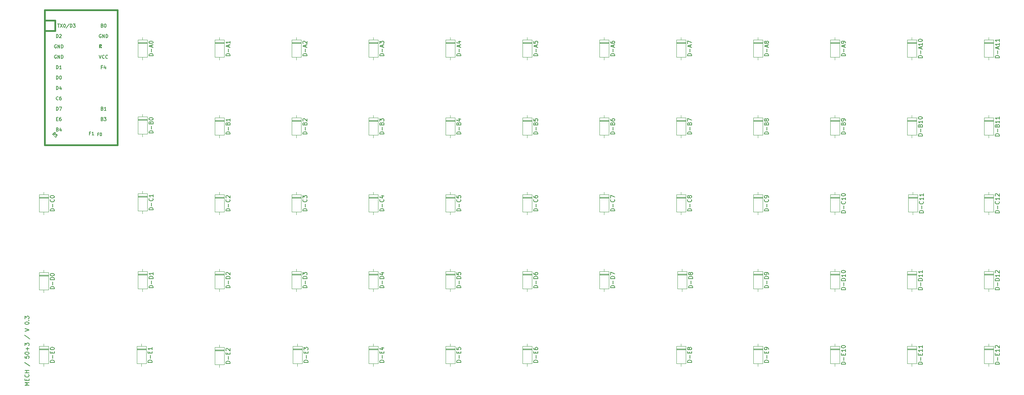
<source format=gbr>
%TF.GenerationSoftware,KiCad,Pcbnew,(5.1.6-0-10_14)*%
%TF.CreationDate,2021-04-03T15:29:21+02:00*%
%TF.ProjectId,Mech50-keyboard,4d656368-3530-42d6-9b65-79626f617264,rev?*%
%TF.SameCoordinates,Original*%
%TF.FileFunction,Legend,Top*%
%TF.FilePolarity,Positive*%
%FSLAX46Y46*%
G04 Gerber Fmt 4.6, Leading zero omitted, Abs format (unit mm)*
G04 Created by KiCad (PCBNEW (5.1.6-0-10_14)) date 2021-04-03 15:29:21*
%MOMM*%
%LPD*%
G01*
G04 APERTURE LIST*
%ADD10C,0.150000*%
%ADD11C,0.120000*%
%ADD12C,0.381000*%
G04 APERTURE END LIST*
D10*
X52268380Y-143302571D02*
X51268380Y-143302571D01*
X51982666Y-142969238D01*
X51268380Y-142635904D01*
X52268380Y-142635904D01*
X51744571Y-142159714D02*
X51744571Y-141826380D01*
X52268380Y-141683523D02*
X52268380Y-142159714D01*
X51268380Y-142159714D01*
X51268380Y-141683523D01*
X52173142Y-140683523D02*
X52220761Y-140731142D01*
X52268380Y-140874000D01*
X52268380Y-140969238D01*
X52220761Y-141112095D01*
X52125523Y-141207333D01*
X52030285Y-141254952D01*
X51839809Y-141302571D01*
X51696952Y-141302571D01*
X51506476Y-141254952D01*
X51411238Y-141207333D01*
X51316000Y-141112095D01*
X51268380Y-140969238D01*
X51268380Y-140874000D01*
X51316000Y-140731142D01*
X51363619Y-140683523D01*
X52268380Y-140254952D02*
X51268380Y-140254952D01*
X51744571Y-140254952D02*
X51744571Y-139683523D01*
X52268380Y-139683523D02*
X51268380Y-139683523D01*
X51220761Y-137731142D02*
X52506476Y-138588285D01*
X51268380Y-136159714D02*
X51268380Y-136635904D01*
X51744571Y-136683523D01*
X51696952Y-136635904D01*
X51649333Y-136540666D01*
X51649333Y-136302571D01*
X51696952Y-136207333D01*
X51744571Y-136159714D01*
X51839809Y-136112095D01*
X52077904Y-136112095D01*
X52173142Y-136159714D01*
X52220761Y-136207333D01*
X52268380Y-136302571D01*
X52268380Y-136540666D01*
X52220761Y-136635904D01*
X52173142Y-136683523D01*
X51268380Y-135493047D02*
X51268380Y-135397809D01*
X51316000Y-135302571D01*
X51363619Y-135254952D01*
X51458857Y-135207333D01*
X51649333Y-135159714D01*
X51887428Y-135159714D01*
X52077904Y-135207333D01*
X52173142Y-135254952D01*
X52220761Y-135302571D01*
X52268380Y-135397809D01*
X52268380Y-135493047D01*
X52220761Y-135588285D01*
X52173142Y-135635904D01*
X52077904Y-135683523D01*
X51887428Y-135731142D01*
X51649333Y-135731142D01*
X51458857Y-135683523D01*
X51363619Y-135635904D01*
X51316000Y-135588285D01*
X51268380Y-135493047D01*
X51887428Y-134731142D02*
X51887428Y-133969238D01*
X52268380Y-134350190D02*
X51506476Y-134350190D01*
X51268380Y-133588285D02*
X51268380Y-132969238D01*
X51649333Y-133302571D01*
X51649333Y-133159714D01*
X51696952Y-133064476D01*
X51744571Y-133016857D01*
X51839809Y-132969238D01*
X52077904Y-132969238D01*
X52173142Y-133016857D01*
X52220761Y-133064476D01*
X52268380Y-133159714D01*
X52268380Y-133445428D01*
X52220761Y-133540666D01*
X52173142Y-133588285D01*
X51220761Y-131064476D02*
X52506476Y-131921619D01*
X51268380Y-130112095D02*
X52268380Y-129778761D01*
X51268380Y-129445428D01*
X51268380Y-128159714D02*
X51268380Y-128064476D01*
X51316000Y-127969238D01*
X51363619Y-127921619D01*
X51458857Y-127874000D01*
X51649333Y-127826380D01*
X51887428Y-127826380D01*
X52077904Y-127874000D01*
X52173142Y-127921619D01*
X52220761Y-127969238D01*
X52268380Y-128064476D01*
X52268380Y-128159714D01*
X52220761Y-128254952D01*
X52173142Y-128302571D01*
X52077904Y-128350190D01*
X51887428Y-128397809D01*
X51649333Y-128397809D01*
X51458857Y-128350190D01*
X51363619Y-128302571D01*
X51316000Y-128254952D01*
X51268380Y-128159714D01*
X52173142Y-127397809D02*
X52220761Y-127350190D01*
X52268380Y-127397809D01*
X52220761Y-127445428D01*
X52173142Y-127397809D01*
X52268380Y-127397809D01*
X51268380Y-127016857D02*
X51268380Y-126397809D01*
X51649333Y-126731142D01*
X51649333Y-126588285D01*
X51696952Y-126493047D01*
X51744571Y-126445428D01*
X51839809Y-126397809D01*
X52077904Y-126397809D01*
X52173142Y-126445428D01*
X52220761Y-126493047D01*
X52268380Y-126588285D01*
X52268380Y-126874000D01*
X52220761Y-126969238D01*
X52173142Y-127016857D01*
D11*
%TO.C,D-B5*%
X175110000Y-77890000D02*
X172870000Y-77890000D01*
X172870000Y-77890000D02*
X172870000Y-82130000D01*
X172870000Y-82130000D02*
X175110000Y-82130000D01*
X175110000Y-82130000D02*
X175110000Y-77890000D01*
X173990000Y-77240000D02*
X173990000Y-77890000D01*
X173990000Y-82780000D02*
X173990000Y-82130000D01*
X175110000Y-78610000D02*
X172870000Y-78610000D01*
X175110000Y-78730000D02*
X172870000Y-78730000D01*
X175110000Y-78490000D02*
X172870000Y-78490000D01*
%TO.C,D-B8*%
X231498000Y-77890000D02*
X229258000Y-77890000D01*
X229258000Y-77890000D02*
X229258000Y-82130000D01*
X229258000Y-82130000D02*
X231498000Y-82130000D01*
X231498000Y-82130000D02*
X231498000Y-77890000D01*
X230378000Y-77240000D02*
X230378000Y-77890000D01*
X230378000Y-82780000D02*
X230378000Y-82130000D01*
X231498000Y-78610000D02*
X229258000Y-78610000D01*
X231498000Y-78730000D02*
X229258000Y-78730000D01*
X231498000Y-78490000D02*
X229258000Y-78490000D01*
%TO.C,D-B7*%
X212702000Y-77890000D02*
X210462000Y-77890000D01*
X210462000Y-77890000D02*
X210462000Y-82130000D01*
X210462000Y-82130000D02*
X212702000Y-82130000D01*
X212702000Y-82130000D02*
X212702000Y-77890000D01*
X211582000Y-77240000D02*
X211582000Y-77890000D01*
X211582000Y-82780000D02*
X211582000Y-82130000D01*
X212702000Y-78610000D02*
X210462000Y-78610000D01*
X212702000Y-78730000D02*
X210462000Y-78730000D01*
X212702000Y-78490000D02*
X210462000Y-78490000D01*
%TO.C,D-B6*%
X193906000Y-77890000D02*
X191666000Y-77890000D01*
X191666000Y-77890000D02*
X191666000Y-82130000D01*
X191666000Y-82130000D02*
X193906000Y-82130000D01*
X193906000Y-82130000D02*
X193906000Y-77890000D01*
X192786000Y-77240000D02*
X192786000Y-77890000D01*
X192786000Y-82780000D02*
X192786000Y-82130000D01*
X193906000Y-78610000D02*
X191666000Y-78610000D01*
X193906000Y-78730000D02*
X191666000Y-78730000D01*
X193906000Y-78490000D02*
X191666000Y-78490000D01*
%TO.C,D-E12*%
X287886000Y-133770000D02*
X285646000Y-133770000D01*
X285646000Y-133770000D02*
X285646000Y-138010000D01*
X285646000Y-138010000D02*
X287886000Y-138010000D01*
X287886000Y-138010000D02*
X287886000Y-133770000D01*
X286766000Y-133120000D02*
X286766000Y-133770000D01*
X286766000Y-138660000D02*
X286766000Y-138010000D01*
X287886000Y-134490000D02*
X285646000Y-134490000D01*
X287886000Y-134610000D02*
X285646000Y-134610000D01*
X287886000Y-134370000D02*
X285646000Y-134370000D01*
%TO.C,D-E11*%
X269090000Y-133770000D02*
X266850000Y-133770000D01*
X266850000Y-133770000D02*
X266850000Y-138010000D01*
X266850000Y-138010000D02*
X269090000Y-138010000D01*
X269090000Y-138010000D02*
X269090000Y-133770000D01*
X267970000Y-133120000D02*
X267970000Y-133770000D01*
X267970000Y-138660000D02*
X267970000Y-138010000D01*
X269090000Y-134490000D02*
X266850000Y-134490000D01*
X269090000Y-134610000D02*
X266850000Y-134610000D01*
X269090000Y-134370000D02*
X266850000Y-134370000D01*
%TO.C,D-E10*%
X250294000Y-133770000D02*
X248054000Y-133770000D01*
X248054000Y-133770000D02*
X248054000Y-138010000D01*
X248054000Y-138010000D02*
X250294000Y-138010000D01*
X250294000Y-138010000D02*
X250294000Y-133770000D01*
X249174000Y-133120000D02*
X249174000Y-133770000D01*
X249174000Y-138660000D02*
X249174000Y-138010000D01*
X250294000Y-134490000D02*
X248054000Y-134490000D01*
X250294000Y-134610000D02*
X248054000Y-134610000D01*
X250294000Y-134370000D02*
X248054000Y-134370000D01*
%TO.C,D-E9*%
X231498000Y-133770000D02*
X229258000Y-133770000D01*
X229258000Y-133770000D02*
X229258000Y-138010000D01*
X229258000Y-138010000D02*
X231498000Y-138010000D01*
X231498000Y-138010000D02*
X231498000Y-133770000D01*
X230378000Y-133120000D02*
X230378000Y-133770000D01*
X230378000Y-138660000D02*
X230378000Y-138010000D01*
X231498000Y-134490000D02*
X229258000Y-134490000D01*
X231498000Y-134610000D02*
X229258000Y-134610000D01*
X231498000Y-134370000D02*
X229258000Y-134370000D01*
%TO.C,D-E6*%
X175110000Y-133770000D02*
X172870000Y-133770000D01*
X172870000Y-133770000D02*
X172870000Y-138010000D01*
X172870000Y-138010000D02*
X175110000Y-138010000D01*
X175110000Y-138010000D02*
X175110000Y-133770000D01*
X173990000Y-133120000D02*
X173990000Y-133770000D01*
X173990000Y-138660000D02*
X173990000Y-138010000D01*
X175110000Y-134490000D02*
X172870000Y-134490000D01*
X175110000Y-134610000D02*
X172870000Y-134610000D01*
X175110000Y-134370000D02*
X172870000Y-134370000D01*
%TO.C,D-E5*%
X156314000Y-133770000D02*
X154074000Y-133770000D01*
X154074000Y-133770000D02*
X154074000Y-138010000D01*
X154074000Y-138010000D02*
X156314000Y-138010000D01*
X156314000Y-138010000D02*
X156314000Y-133770000D01*
X155194000Y-133120000D02*
X155194000Y-133770000D01*
X155194000Y-138660000D02*
X155194000Y-138010000D01*
X156314000Y-134490000D02*
X154074000Y-134490000D01*
X156314000Y-134610000D02*
X154074000Y-134610000D01*
X156314000Y-134370000D02*
X154074000Y-134370000D01*
%TO.C,D-E4*%
X137518000Y-133770000D02*
X135278000Y-133770000D01*
X135278000Y-133770000D02*
X135278000Y-138010000D01*
X135278000Y-138010000D02*
X137518000Y-138010000D01*
X137518000Y-138010000D02*
X137518000Y-133770000D01*
X136398000Y-133120000D02*
X136398000Y-133770000D01*
X136398000Y-138660000D02*
X136398000Y-138010000D01*
X137518000Y-134490000D02*
X135278000Y-134490000D01*
X137518000Y-134610000D02*
X135278000Y-134610000D01*
X137518000Y-134370000D02*
X135278000Y-134370000D01*
%TO.C,D-E3*%
X118976000Y-133770000D02*
X116736000Y-133770000D01*
X116736000Y-133770000D02*
X116736000Y-138010000D01*
X116736000Y-138010000D02*
X118976000Y-138010000D01*
X118976000Y-138010000D02*
X118976000Y-133770000D01*
X117856000Y-133120000D02*
X117856000Y-133770000D01*
X117856000Y-138660000D02*
X117856000Y-138010000D01*
X118976000Y-134490000D02*
X116736000Y-134490000D01*
X118976000Y-134610000D02*
X116736000Y-134610000D01*
X118976000Y-134370000D02*
X116736000Y-134370000D01*
%TO.C,D-E2*%
X99926000Y-134024000D02*
X97686000Y-134024000D01*
X97686000Y-134024000D02*
X97686000Y-138264000D01*
X97686000Y-138264000D02*
X99926000Y-138264000D01*
X99926000Y-138264000D02*
X99926000Y-134024000D01*
X98806000Y-133374000D02*
X98806000Y-134024000D01*
X98806000Y-138914000D02*
X98806000Y-138264000D01*
X99926000Y-134744000D02*
X97686000Y-134744000D01*
X99926000Y-134864000D02*
X97686000Y-134864000D01*
X99926000Y-134624000D02*
X97686000Y-134624000D01*
%TO.C,D-D12*%
X287886000Y-115482000D02*
X285646000Y-115482000D01*
X285646000Y-115482000D02*
X285646000Y-119722000D01*
X285646000Y-119722000D02*
X287886000Y-119722000D01*
X287886000Y-119722000D02*
X287886000Y-115482000D01*
X286766000Y-114832000D02*
X286766000Y-115482000D01*
X286766000Y-120372000D02*
X286766000Y-119722000D01*
X287886000Y-116202000D02*
X285646000Y-116202000D01*
X287886000Y-116322000D02*
X285646000Y-116322000D01*
X287886000Y-116082000D02*
X285646000Y-116082000D01*
%TO.C,D-D11*%
X269090000Y-115482000D02*
X266850000Y-115482000D01*
X266850000Y-115482000D02*
X266850000Y-119722000D01*
X266850000Y-119722000D02*
X269090000Y-119722000D01*
X269090000Y-119722000D02*
X269090000Y-115482000D01*
X267970000Y-114832000D02*
X267970000Y-115482000D01*
X267970000Y-120372000D02*
X267970000Y-119722000D01*
X269090000Y-116202000D02*
X266850000Y-116202000D01*
X269090000Y-116322000D02*
X266850000Y-116322000D01*
X269090000Y-116082000D02*
X266850000Y-116082000D01*
%TO.C,D-D10*%
X250294000Y-115482000D02*
X248054000Y-115482000D01*
X248054000Y-115482000D02*
X248054000Y-119722000D01*
X248054000Y-119722000D02*
X250294000Y-119722000D01*
X250294000Y-119722000D02*
X250294000Y-115482000D01*
X249174000Y-114832000D02*
X249174000Y-115482000D01*
X249174000Y-120372000D02*
X249174000Y-119722000D01*
X250294000Y-116202000D02*
X248054000Y-116202000D01*
X250294000Y-116322000D02*
X248054000Y-116322000D01*
X250294000Y-116082000D02*
X248054000Y-116082000D01*
%TO.C,D-D9*%
X231498000Y-115482000D02*
X229258000Y-115482000D01*
X229258000Y-115482000D02*
X229258000Y-119722000D01*
X229258000Y-119722000D02*
X231498000Y-119722000D01*
X231498000Y-119722000D02*
X231498000Y-115482000D01*
X230378000Y-114832000D02*
X230378000Y-115482000D01*
X230378000Y-120372000D02*
X230378000Y-119722000D01*
X231498000Y-116202000D02*
X229258000Y-116202000D01*
X231498000Y-116322000D02*
X229258000Y-116322000D01*
X231498000Y-116082000D02*
X229258000Y-116082000D01*
%TO.C,D-D8*%
X212956000Y-115482000D02*
X210716000Y-115482000D01*
X210716000Y-115482000D02*
X210716000Y-119722000D01*
X210716000Y-119722000D02*
X212956000Y-119722000D01*
X212956000Y-119722000D02*
X212956000Y-115482000D01*
X211836000Y-114832000D02*
X211836000Y-115482000D01*
X211836000Y-120372000D02*
X211836000Y-119722000D01*
X212956000Y-116202000D02*
X210716000Y-116202000D01*
X212956000Y-116322000D02*
X210716000Y-116322000D01*
X212956000Y-116082000D02*
X210716000Y-116082000D01*
%TO.C,D-D7*%
X193906000Y-115482000D02*
X191666000Y-115482000D01*
X191666000Y-115482000D02*
X191666000Y-119722000D01*
X191666000Y-119722000D02*
X193906000Y-119722000D01*
X193906000Y-119722000D02*
X193906000Y-115482000D01*
X192786000Y-114832000D02*
X192786000Y-115482000D01*
X192786000Y-120372000D02*
X192786000Y-119722000D01*
X193906000Y-116202000D02*
X191666000Y-116202000D01*
X193906000Y-116322000D02*
X191666000Y-116322000D01*
X193906000Y-116082000D02*
X191666000Y-116082000D01*
%TO.C,D-D6*%
X175110000Y-115482000D02*
X172870000Y-115482000D01*
X172870000Y-115482000D02*
X172870000Y-119722000D01*
X172870000Y-119722000D02*
X175110000Y-119722000D01*
X175110000Y-119722000D02*
X175110000Y-115482000D01*
X173990000Y-114832000D02*
X173990000Y-115482000D01*
X173990000Y-120372000D02*
X173990000Y-119722000D01*
X175110000Y-116202000D02*
X172870000Y-116202000D01*
X175110000Y-116322000D02*
X172870000Y-116322000D01*
X175110000Y-116082000D02*
X172870000Y-116082000D01*
%TO.C,D-D5*%
X156314000Y-115482000D02*
X154074000Y-115482000D01*
X154074000Y-115482000D02*
X154074000Y-119722000D01*
X154074000Y-119722000D02*
X156314000Y-119722000D01*
X156314000Y-119722000D02*
X156314000Y-115482000D01*
X155194000Y-114832000D02*
X155194000Y-115482000D01*
X155194000Y-120372000D02*
X155194000Y-119722000D01*
X156314000Y-116202000D02*
X154074000Y-116202000D01*
X156314000Y-116322000D02*
X154074000Y-116322000D01*
X156314000Y-116082000D02*
X154074000Y-116082000D01*
%TO.C,D-C11*%
X269344000Y-96686000D02*
X267104000Y-96686000D01*
X267104000Y-96686000D02*
X267104000Y-100926000D01*
X267104000Y-100926000D02*
X269344000Y-100926000D01*
X269344000Y-100926000D02*
X269344000Y-96686000D01*
X268224000Y-96036000D02*
X268224000Y-96686000D01*
X268224000Y-101576000D02*
X268224000Y-100926000D01*
X269344000Y-97406000D02*
X267104000Y-97406000D01*
X269344000Y-97526000D02*
X267104000Y-97526000D01*
X269344000Y-97286000D02*
X267104000Y-97286000D01*
%TO.C,D-C10*%
X250294000Y-96686000D02*
X248054000Y-96686000D01*
X248054000Y-96686000D02*
X248054000Y-100926000D01*
X248054000Y-100926000D02*
X250294000Y-100926000D01*
X250294000Y-100926000D02*
X250294000Y-96686000D01*
X249174000Y-96036000D02*
X249174000Y-96686000D01*
X249174000Y-101576000D02*
X249174000Y-100926000D01*
X250294000Y-97406000D02*
X248054000Y-97406000D01*
X250294000Y-97526000D02*
X248054000Y-97526000D01*
X250294000Y-97286000D02*
X248054000Y-97286000D01*
%TO.C,D-C9*%
X231498000Y-96686000D02*
X229258000Y-96686000D01*
X229258000Y-96686000D02*
X229258000Y-100926000D01*
X229258000Y-100926000D02*
X231498000Y-100926000D01*
X231498000Y-100926000D02*
X231498000Y-96686000D01*
X230378000Y-96036000D02*
X230378000Y-96686000D01*
X230378000Y-101576000D02*
X230378000Y-100926000D01*
X231498000Y-97406000D02*
X229258000Y-97406000D01*
X231498000Y-97526000D02*
X229258000Y-97526000D01*
X231498000Y-97286000D02*
X229258000Y-97286000D01*
%TO.C,D-C8*%
X212702000Y-96686000D02*
X210462000Y-96686000D01*
X210462000Y-96686000D02*
X210462000Y-100926000D01*
X210462000Y-100926000D02*
X212702000Y-100926000D01*
X212702000Y-100926000D02*
X212702000Y-96686000D01*
X211582000Y-96036000D02*
X211582000Y-96686000D01*
X211582000Y-101576000D02*
X211582000Y-100926000D01*
X212702000Y-97406000D02*
X210462000Y-97406000D01*
X212702000Y-97526000D02*
X210462000Y-97526000D01*
X212702000Y-97286000D02*
X210462000Y-97286000D01*
%TO.C,D-C7*%
X193906000Y-96686000D02*
X191666000Y-96686000D01*
X191666000Y-96686000D02*
X191666000Y-100926000D01*
X191666000Y-100926000D02*
X193906000Y-100926000D01*
X193906000Y-100926000D02*
X193906000Y-96686000D01*
X192786000Y-96036000D02*
X192786000Y-96686000D01*
X192786000Y-101576000D02*
X192786000Y-100926000D01*
X193906000Y-97406000D02*
X191666000Y-97406000D01*
X193906000Y-97526000D02*
X191666000Y-97526000D01*
X193906000Y-97286000D02*
X191666000Y-97286000D01*
%TO.C,D-C6*%
X175110000Y-96686000D02*
X172870000Y-96686000D01*
X172870000Y-96686000D02*
X172870000Y-100926000D01*
X172870000Y-100926000D02*
X175110000Y-100926000D01*
X175110000Y-100926000D02*
X175110000Y-96686000D01*
X173990000Y-96036000D02*
X173990000Y-96686000D01*
X173990000Y-101576000D02*
X173990000Y-100926000D01*
X175110000Y-97406000D02*
X172870000Y-97406000D01*
X175110000Y-97526000D02*
X172870000Y-97526000D01*
X175110000Y-97286000D02*
X172870000Y-97286000D01*
%TO.C,D-C5*%
X156314000Y-96686000D02*
X154074000Y-96686000D01*
X154074000Y-96686000D02*
X154074000Y-100926000D01*
X154074000Y-100926000D02*
X156314000Y-100926000D01*
X156314000Y-100926000D02*
X156314000Y-96686000D01*
X155194000Y-96036000D02*
X155194000Y-96686000D01*
X155194000Y-101576000D02*
X155194000Y-100926000D01*
X156314000Y-97406000D02*
X154074000Y-97406000D01*
X156314000Y-97526000D02*
X154074000Y-97526000D01*
X156314000Y-97286000D02*
X154074000Y-97286000D01*
%TO.C,D-B10*%
X269090000Y-77890000D02*
X266850000Y-77890000D01*
X266850000Y-77890000D02*
X266850000Y-82130000D01*
X266850000Y-82130000D02*
X269090000Y-82130000D01*
X269090000Y-82130000D02*
X269090000Y-77890000D01*
X267970000Y-77240000D02*
X267970000Y-77890000D01*
X267970000Y-82780000D02*
X267970000Y-82130000D01*
X269090000Y-78610000D02*
X266850000Y-78610000D01*
X269090000Y-78730000D02*
X266850000Y-78730000D01*
X269090000Y-78490000D02*
X266850000Y-78490000D01*
%TO.C,D-B9*%
X250294000Y-77890000D02*
X248054000Y-77890000D01*
X248054000Y-77890000D02*
X248054000Y-82130000D01*
X248054000Y-82130000D02*
X250294000Y-82130000D01*
X250294000Y-82130000D02*
X250294000Y-77890000D01*
X249174000Y-77240000D02*
X249174000Y-77890000D01*
X249174000Y-82780000D02*
X249174000Y-82130000D01*
X250294000Y-78610000D02*
X248054000Y-78610000D01*
X250294000Y-78730000D02*
X248054000Y-78730000D01*
X250294000Y-78490000D02*
X248054000Y-78490000D01*
%TO.C,D-B0*%
X81130000Y-77636000D02*
X78890000Y-77636000D01*
X78890000Y-77636000D02*
X78890000Y-81876000D01*
X78890000Y-81876000D02*
X81130000Y-81876000D01*
X81130000Y-81876000D02*
X81130000Y-77636000D01*
X80010000Y-76986000D02*
X80010000Y-77636000D01*
X80010000Y-82526000D02*
X80010000Y-81876000D01*
X81130000Y-78356000D02*
X78890000Y-78356000D01*
X81130000Y-78476000D02*
X78890000Y-78476000D01*
X81130000Y-78236000D02*
X78890000Y-78236000D01*
%TO.C,D-A0*%
X81130000Y-58840000D02*
X78890000Y-58840000D01*
X78890000Y-58840000D02*
X78890000Y-63080000D01*
X78890000Y-63080000D02*
X81130000Y-63080000D01*
X81130000Y-63080000D02*
X81130000Y-58840000D01*
X80010000Y-58190000D02*
X80010000Y-58840000D01*
X80010000Y-63730000D02*
X80010000Y-63080000D01*
X81130000Y-59560000D02*
X78890000Y-59560000D01*
X81130000Y-59680000D02*
X78890000Y-59680000D01*
X81130000Y-59440000D02*
X78890000Y-59440000D01*
%TO.C,D-D1*%
X81130000Y-115482000D02*
X78890000Y-115482000D01*
X78890000Y-115482000D02*
X78890000Y-119722000D01*
X78890000Y-119722000D02*
X81130000Y-119722000D01*
X81130000Y-119722000D02*
X81130000Y-115482000D01*
X80010000Y-114832000D02*
X80010000Y-115482000D01*
X80010000Y-120372000D02*
X80010000Y-119722000D01*
X81130000Y-116202000D02*
X78890000Y-116202000D01*
X81130000Y-116322000D02*
X78890000Y-116322000D01*
X81130000Y-116082000D02*
X78890000Y-116082000D01*
%TO.C,D-C1*%
X81130000Y-96432000D02*
X78890000Y-96432000D01*
X78890000Y-96432000D02*
X78890000Y-100672000D01*
X78890000Y-100672000D02*
X81130000Y-100672000D01*
X81130000Y-100672000D02*
X81130000Y-96432000D01*
X80010000Y-95782000D02*
X80010000Y-96432000D01*
X80010000Y-101322000D02*
X80010000Y-100672000D01*
X81130000Y-97152000D02*
X78890000Y-97152000D01*
X81130000Y-97272000D02*
X78890000Y-97272000D01*
X81130000Y-97032000D02*
X78890000Y-97032000D01*
%TO.C,D-E8*%
X212702000Y-133770000D02*
X210462000Y-133770000D01*
X210462000Y-133770000D02*
X210462000Y-138010000D01*
X210462000Y-138010000D02*
X212702000Y-138010000D01*
X212702000Y-138010000D02*
X212702000Y-133770000D01*
X211582000Y-133120000D02*
X211582000Y-133770000D01*
X211582000Y-138660000D02*
X211582000Y-138010000D01*
X212702000Y-134490000D02*
X210462000Y-134490000D01*
X212702000Y-134610000D02*
X210462000Y-134610000D01*
X212702000Y-134370000D02*
X210462000Y-134370000D01*
D12*
%TO.C,U1*%
X58674000Y-54102000D02*
X56134000Y-54102000D01*
X56134000Y-51562000D02*
X56134000Y-54102000D01*
X73914000Y-51562000D02*
X56134000Y-51562000D01*
X73914000Y-54102000D02*
X73914000Y-51562000D01*
D10*
G36*
X69955568Y-60581360D02*
G01*
X69955568Y-60781360D01*
X69855568Y-60781360D01*
X69855568Y-60581360D01*
X69955568Y-60581360D01*
G37*
X69955568Y-60581360D02*
X69955568Y-60781360D01*
X69855568Y-60781360D01*
X69855568Y-60581360D01*
X69955568Y-60581360D01*
G36*
X69555568Y-59981360D02*
G01*
X69555568Y-60781360D01*
X69455568Y-60781360D01*
X69455568Y-59981360D01*
X69555568Y-59981360D01*
G37*
X69555568Y-59981360D02*
X69555568Y-60781360D01*
X69455568Y-60781360D01*
X69455568Y-59981360D01*
X69555568Y-59981360D01*
G36*
X69955568Y-59981360D02*
G01*
X69955568Y-60081360D01*
X69455568Y-60081360D01*
X69455568Y-59981360D01*
X69955568Y-59981360D01*
G37*
X69955568Y-59981360D02*
X69955568Y-60081360D01*
X69455568Y-60081360D01*
X69455568Y-59981360D01*
X69955568Y-59981360D01*
G36*
X69755568Y-60381360D02*
G01*
X69755568Y-60481360D01*
X69655568Y-60481360D01*
X69655568Y-60381360D01*
X69755568Y-60381360D01*
G37*
X69755568Y-60381360D02*
X69755568Y-60481360D01*
X69655568Y-60481360D01*
X69655568Y-60381360D01*
X69755568Y-60381360D01*
G36*
X69955568Y-59981360D02*
G01*
X69955568Y-60281360D01*
X69855568Y-60281360D01*
X69855568Y-59981360D01*
X69955568Y-59981360D01*
G37*
X69955568Y-59981360D02*
X69955568Y-60281360D01*
X69855568Y-60281360D01*
X69855568Y-59981360D01*
X69955568Y-59981360D01*
D12*
X58674000Y-56642000D02*
X56134000Y-56642000D01*
X58674000Y-54102000D02*
X58674000Y-56642000D01*
X73914000Y-84582000D02*
X73914000Y-54102000D01*
X56134000Y-84582000D02*
X73914000Y-84582000D01*
X56134000Y-54102000D02*
X56134000Y-84582000D01*
D11*
%TO.C,D-C12*%
X287886000Y-96686000D02*
X285646000Y-96686000D01*
X285646000Y-96686000D02*
X285646000Y-100926000D01*
X285646000Y-100926000D02*
X287886000Y-100926000D01*
X287886000Y-100926000D02*
X287886000Y-96686000D01*
X286766000Y-96036000D02*
X286766000Y-96686000D01*
X286766000Y-101576000D02*
X286766000Y-100926000D01*
X287886000Y-97406000D02*
X285646000Y-97406000D01*
X287886000Y-97526000D02*
X285646000Y-97526000D01*
X287886000Y-97286000D02*
X285646000Y-97286000D01*
%TO.C,D-B11*%
X287886000Y-77890000D02*
X285646000Y-77890000D01*
X285646000Y-77890000D02*
X285646000Y-82130000D01*
X285646000Y-82130000D02*
X287886000Y-82130000D01*
X287886000Y-82130000D02*
X287886000Y-77890000D01*
X286766000Y-77240000D02*
X286766000Y-77890000D01*
X286766000Y-82780000D02*
X286766000Y-82130000D01*
X287886000Y-78610000D02*
X285646000Y-78610000D01*
X287886000Y-78730000D02*
X285646000Y-78730000D01*
X287886000Y-78490000D02*
X285646000Y-78490000D01*
%TO.C,D-A11*%
X287886000Y-58840000D02*
X285646000Y-58840000D01*
X285646000Y-58840000D02*
X285646000Y-63080000D01*
X285646000Y-63080000D02*
X287886000Y-63080000D01*
X287886000Y-63080000D02*
X287886000Y-58840000D01*
X286766000Y-58190000D02*
X286766000Y-58840000D01*
X286766000Y-63730000D02*
X286766000Y-63080000D01*
X287886000Y-59560000D02*
X285646000Y-59560000D01*
X287886000Y-59680000D02*
X285646000Y-59680000D01*
X287886000Y-59440000D02*
X285646000Y-59440000D01*
%TO.C,D-E1*%
X80876000Y-133770000D02*
X78636000Y-133770000D01*
X78636000Y-133770000D02*
X78636000Y-138010000D01*
X78636000Y-138010000D02*
X80876000Y-138010000D01*
X80876000Y-138010000D02*
X80876000Y-133770000D01*
X79756000Y-133120000D02*
X79756000Y-133770000D01*
X79756000Y-138660000D02*
X79756000Y-138010000D01*
X80876000Y-134490000D02*
X78636000Y-134490000D01*
X80876000Y-134610000D02*
X78636000Y-134610000D01*
X80876000Y-134370000D02*
X78636000Y-134370000D01*
%TO.C,D-B4*%
X156314000Y-77890000D02*
X154074000Y-77890000D01*
X154074000Y-77890000D02*
X154074000Y-82130000D01*
X154074000Y-82130000D02*
X156314000Y-82130000D01*
X156314000Y-82130000D02*
X156314000Y-77890000D01*
X155194000Y-77240000D02*
X155194000Y-77890000D01*
X155194000Y-82780000D02*
X155194000Y-82130000D01*
X156314000Y-78610000D02*
X154074000Y-78610000D01*
X156314000Y-78730000D02*
X154074000Y-78730000D01*
X156314000Y-78490000D02*
X154074000Y-78490000D01*
%TO.C,D-A10*%
X269090000Y-58840000D02*
X266850000Y-58840000D01*
X266850000Y-58840000D02*
X266850000Y-63080000D01*
X266850000Y-63080000D02*
X269090000Y-63080000D01*
X269090000Y-63080000D02*
X269090000Y-58840000D01*
X267970000Y-58190000D02*
X267970000Y-58840000D01*
X267970000Y-63730000D02*
X267970000Y-63080000D01*
X269090000Y-59560000D02*
X266850000Y-59560000D01*
X269090000Y-59680000D02*
X266850000Y-59680000D01*
X269090000Y-59440000D02*
X266850000Y-59440000D01*
%TO.C,D-A9*%
X250294000Y-58840000D02*
X248054000Y-58840000D01*
X248054000Y-58840000D02*
X248054000Y-63080000D01*
X248054000Y-63080000D02*
X250294000Y-63080000D01*
X250294000Y-63080000D02*
X250294000Y-58840000D01*
X249174000Y-58190000D02*
X249174000Y-58840000D01*
X249174000Y-63730000D02*
X249174000Y-63080000D01*
X250294000Y-59560000D02*
X248054000Y-59560000D01*
X250294000Y-59680000D02*
X248054000Y-59680000D01*
X250294000Y-59440000D02*
X248054000Y-59440000D01*
%TO.C,D-A8*%
X231498000Y-58840000D02*
X229258000Y-58840000D01*
X229258000Y-58840000D02*
X229258000Y-63080000D01*
X229258000Y-63080000D02*
X231498000Y-63080000D01*
X231498000Y-63080000D02*
X231498000Y-58840000D01*
X230378000Y-58190000D02*
X230378000Y-58840000D01*
X230378000Y-63730000D02*
X230378000Y-63080000D01*
X231498000Y-59560000D02*
X229258000Y-59560000D01*
X231498000Y-59680000D02*
X229258000Y-59680000D01*
X231498000Y-59440000D02*
X229258000Y-59440000D01*
%TO.C,D-A7*%
X212702000Y-58840000D02*
X210462000Y-58840000D01*
X210462000Y-58840000D02*
X210462000Y-63080000D01*
X210462000Y-63080000D02*
X212702000Y-63080000D01*
X212702000Y-63080000D02*
X212702000Y-58840000D01*
X211582000Y-58190000D02*
X211582000Y-58840000D01*
X211582000Y-63730000D02*
X211582000Y-63080000D01*
X212702000Y-59560000D02*
X210462000Y-59560000D01*
X212702000Y-59680000D02*
X210462000Y-59680000D01*
X212702000Y-59440000D02*
X210462000Y-59440000D01*
%TO.C,D-A6*%
X193906000Y-58840000D02*
X191666000Y-58840000D01*
X191666000Y-58840000D02*
X191666000Y-63080000D01*
X191666000Y-63080000D02*
X193906000Y-63080000D01*
X193906000Y-63080000D02*
X193906000Y-58840000D01*
X192786000Y-58190000D02*
X192786000Y-58840000D01*
X192786000Y-63730000D02*
X192786000Y-63080000D01*
X193906000Y-59560000D02*
X191666000Y-59560000D01*
X193906000Y-59680000D02*
X191666000Y-59680000D01*
X193906000Y-59440000D02*
X191666000Y-59440000D01*
%TO.C,D-A5*%
X175110000Y-58840000D02*
X172870000Y-58840000D01*
X172870000Y-58840000D02*
X172870000Y-63080000D01*
X172870000Y-63080000D02*
X175110000Y-63080000D01*
X175110000Y-63080000D02*
X175110000Y-58840000D01*
X173990000Y-58190000D02*
X173990000Y-58840000D01*
X173990000Y-63730000D02*
X173990000Y-63080000D01*
X175110000Y-59560000D02*
X172870000Y-59560000D01*
X175110000Y-59680000D02*
X172870000Y-59680000D01*
X175110000Y-59440000D02*
X172870000Y-59440000D01*
%TO.C,D-A4*%
X156314000Y-58840000D02*
X154074000Y-58840000D01*
X154074000Y-58840000D02*
X154074000Y-63080000D01*
X154074000Y-63080000D02*
X156314000Y-63080000D01*
X156314000Y-63080000D02*
X156314000Y-58840000D01*
X155194000Y-58190000D02*
X155194000Y-58840000D01*
X155194000Y-63730000D02*
X155194000Y-63080000D01*
X156314000Y-59560000D02*
X154074000Y-59560000D01*
X156314000Y-59680000D02*
X154074000Y-59680000D01*
X156314000Y-59440000D02*
X154074000Y-59440000D01*
%TO.C,D-D4*%
X137518000Y-115482000D02*
X135278000Y-115482000D01*
X135278000Y-115482000D02*
X135278000Y-119722000D01*
X135278000Y-119722000D02*
X137518000Y-119722000D01*
X137518000Y-119722000D02*
X137518000Y-115482000D01*
X136398000Y-114832000D02*
X136398000Y-115482000D01*
X136398000Y-120372000D02*
X136398000Y-119722000D01*
X137518000Y-116202000D02*
X135278000Y-116202000D01*
X137518000Y-116322000D02*
X135278000Y-116322000D01*
X137518000Y-116082000D02*
X135278000Y-116082000D01*
%TO.C,D-D3*%
X118722000Y-115482000D02*
X116482000Y-115482000D01*
X116482000Y-115482000D02*
X116482000Y-119722000D01*
X116482000Y-119722000D02*
X118722000Y-119722000D01*
X118722000Y-119722000D02*
X118722000Y-115482000D01*
X117602000Y-114832000D02*
X117602000Y-115482000D01*
X117602000Y-120372000D02*
X117602000Y-119722000D01*
X118722000Y-116202000D02*
X116482000Y-116202000D01*
X118722000Y-116322000D02*
X116482000Y-116322000D01*
X118722000Y-116082000D02*
X116482000Y-116082000D01*
%TO.C,D-D2*%
X99926000Y-115482000D02*
X97686000Y-115482000D01*
X97686000Y-115482000D02*
X97686000Y-119722000D01*
X97686000Y-119722000D02*
X99926000Y-119722000D01*
X99926000Y-119722000D02*
X99926000Y-115482000D01*
X98806000Y-114832000D02*
X98806000Y-115482000D01*
X98806000Y-120372000D02*
X98806000Y-119722000D01*
X99926000Y-116202000D02*
X97686000Y-116202000D01*
X99926000Y-116322000D02*
X97686000Y-116322000D01*
X99926000Y-116082000D02*
X97686000Y-116082000D01*
%TO.C,D-C4*%
X137518000Y-96686000D02*
X135278000Y-96686000D01*
X135278000Y-96686000D02*
X135278000Y-100926000D01*
X135278000Y-100926000D02*
X137518000Y-100926000D01*
X137518000Y-100926000D02*
X137518000Y-96686000D01*
X136398000Y-96036000D02*
X136398000Y-96686000D01*
X136398000Y-101576000D02*
X136398000Y-100926000D01*
X137518000Y-97406000D02*
X135278000Y-97406000D01*
X137518000Y-97526000D02*
X135278000Y-97526000D01*
X137518000Y-97286000D02*
X135278000Y-97286000D01*
%TO.C,D-C3*%
X118722000Y-96686000D02*
X116482000Y-96686000D01*
X116482000Y-96686000D02*
X116482000Y-100926000D01*
X116482000Y-100926000D02*
X118722000Y-100926000D01*
X118722000Y-100926000D02*
X118722000Y-96686000D01*
X117602000Y-96036000D02*
X117602000Y-96686000D01*
X117602000Y-101576000D02*
X117602000Y-100926000D01*
X118722000Y-97406000D02*
X116482000Y-97406000D01*
X118722000Y-97526000D02*
X116482000Y-97526000D01*
X118722000Y-97286000D02*
X116482000Y-97286000D01*
%TO.C,D-C2*%
X99926000Y-96686000D02*
X97686000Y-96686000D01*
X97686000Y-96686000D02*
X97686000Y-100926000D01*
X97686000Y-100926000D02*
X99926000Y-100926000D01*
X99926000Y-100926000D02*
X99926000Y-96686000D01*
X98806000Y-96036000D02*
X98806000Y-96686000D01*
X98806000Y-101576000D02*
X98806000Y-100926000D01*
X99926000Y-97406000D02*
X97686000Y-97406000D01*
X99926000Y-97526000D02*
X97686000Y-97526000D01*
X99926000Y-97286000D02*
X97686000Y-97286000D01*
%TO.C,D-B3*%
X137518000Y-77890000D02*
X135278000Y-77890000D01*
X135278000Y-77890000D02*
X135278000Y-82130000D01*
X135278000Y-82130000D02*
X137518000Y-82130000D01*
X137518000Y-82130000D02*
X137518000Y-77890000D01*
X136398000Y-77240000D02*
X136398000Y-77890000D01*
X136398000Y-82780000D02*
X136398000Y-82130000D01*
X137518000Y-78610000D02*
X135278000Y-78610000D01*
X137518000Y-78730000D02*
X135278000Y-78730000D01*
X137518000Y-78490000D02*
X135278000Y-78490000D01*
%TO.C,D-B2*%
X118722000Y-77890000D02*
X116482000Y-77890000D01*
X116482000Y-77890000D02*
X116482000Y-82130000D01*
X116482000Y-82130000D02*
X118722000Y-82130000D01*
X118722000Y-82130000D02*
X118722000Y-77890000D01*
X117602000Y-77240000D02*
X117602000Y-77890000D01*
X117602000Y-82780000D02*
X117602000Y-82130000D01*
X118722000Y-78610000D02*
X116482000Y-78610000D01*
X118722000Y-78730000D02*
X116482000Y-78730000D01*
X118722000Y-78490000D02*
X116482000Y-78490000D01*
%TO.C,D-B1*%
X99926000Y-77890000D02*
X97686000Y-77890000D01*
X97686000Y-77890000D02*
X97686000Y-82130000D01*
X97686000Y-82130000D02*
X99926000Y-82130000D01*
X99926000Y-82130000D02*
X99926000Y-77890000D01*
X98806000Y-77240000D02*
X98806000Y-77890000D01*
X98806000Y-82780000D02*
X98806000Y-82130000D01*
X99926000Y-78610000D02*
X97686000Y-78610000D01*
X99926000Y-78730000D02*
X97686000Y-78730000D01*
X99926000Y-78490000D02*
X97686000Y-78490000D01*
%TO.C,D-A3*%
X137518000Y-58840000D02*
X135278000Y-58840000D01*
X135278000Y-58840000D02*
X135278000Y-63080000D01*
X135278000Y-63080000D02*
X137518000Y-63080000D01*
X137518000Y-63080000D02*
X137518000Y-58840000D01*
X136398000Y-58190000D02*
X136398000Y-58840000D01*
X136398000Y-63730000D02*
X136398000Y-63080000D01*
X137518000Y-59560000D02*
X135278000Y-59560000D01*
X137518000Y-59680000D02*
X135278000Y-59680000D01*
X137518000Y-59440000D02*
X135278000Y-59440000D01*
%TO.C,D-A2*%
X118722000Y-58840000D02*
X116482000Y-58840000D01*
X116482000Y-58840000D02*
X116482000Y-63080000D01*
X116482000Y-63080000D02*
X118722000Y-63080000D01*
X118722000Y-63080000D02*
X118722000Y-58840000D01*
X117602000Y-58190000D02*
X117602000Y-58840000D01*
X117602000Y-63730000D02*
X117602000Y-63080000D01*
X118722000Y-59560000D02*
X116482000Y-59560000D01*
X118722000Y-59680000D02*
X116482000Y-59680000D01*
X118722000Y-59440000D02*
X116482000Y-59440000D01*
%TO.C,D-A1*%
X99926000Y-58840000D02*
X97686000Y-58840000D01*
X97686000Y-58840000D02*
X97686000Y-63080000D01*
X97686000Y-63080000D02*
X99926000Y-63080000D01*
X99926000Y-63080000D02*
X99926000Y-58840000D01*
X98806000Y-58190000D02*
X98806000Y-58840000D01*
X98806000Y-63730000D02*
X98806000Y-63080000D01*
X99926000Y-59560000D02*
X97686000Y-59560000D01*
X99926000Y-59680000D02*
X97686000Y-59680000D01*
X99926000Y-59440000D02*
X97686000Y-59440000D01*
%TO.C,D-E0*%
X57000000Y-133770000D02*
X54760000Y-133770000D01*
X54760000Y-133770000D02*
X54760000Y-138010000D01*
X54760000Y-138010000D02*
X57000000Y-138010000D01*
X57000000Y-138010000D02*
X57000000Y-133770000D01*
X55880000Y-133120000D02*
X55880000Y-133770000D01*
X55880000Y-138660000D02*
X55880000Y-138010000D01*
X57000000Y-134490000D02*
X54760000Y-134490000D01*
X57000000Y-134610000D02*
X54760000Y-134610000D01*
X57000000Y-134370000D02*
X54760000Y-134370000D01*
%TO.C,D-D0*%
X57000000Y-115736000D02*
X54760000Y-115736000D01*
X54760000Y-115736000D02*
X54760000Y-119976000D01*
X54760000Y-119976000D02*
X57000000Y-119976000D01*
X57000000Y-119976000D02*
X57000000Y-115736000D01*
X55880000Y-115086000D02*
X55880000Y-115736000D01*
X55880000Y-120626000D02*
X55880000Y-119976000D01*
X57000000Y-116456000D02*
X54760000Y-116456000D01*
X57000000Y-116576000D02*
X54760000Y-116576000D01*
X57000000Y-116336000D02*
X54760000Y-116336000D01*
%TO.C,D-C0*%
X57000000Y-96686000D02*
X54760000Y-96686000D01*
X54760000Y-96686000D02*
X54760000Y-100926000D01*
X54760000Y-100926000D02*
X57000000Y-100926000D01*
X57000000Y-100926000D02*
X57000000Y-96686000D01*
X55880000Y-96036000D02*
X55880000Y-96686000D01*
X55880000Y-101576000D02*
X55880000Y-100926000D01*
X57000000Y-97406000D02*
X54760000Y-97406000D01*
X57000000Y-97526000D02*
X54760000Y-97526000D01*
X57000000Y-97286000D02*
X54760000Y-97286000D01*
%TO.C,D-B5*%
D10*
X176562380Y-81867142D02*
X175562380Y-81867142D01*
X175562380Y-81629047D01*
X175610000Y-81486190D01*
X175705238Y-81390952D01*
X175800476Y-81343333D01*
X175990952Y-81295714D01*
X176133809Y-81295714D01*
X176324285Y-81343333D01*
X176419523Y-81390952D01*
X176514761Y-81486190D01*
X176562380Y-81629047D01*
X176562380Y-81867142D01*
X176181428Y-80867142D02*
X176181428Y-80105238D01*
X176038571Y-79295714D02*
X176086190Y-79152857D01*
X176133809Y-79105238D01*
X176229047Y-79057619D01*
X176371904Y-79057619D01*
X176467142Y-79105238D01*
X176514761Y-79152857D01*
X176562380Y-79248095D01*
X176562380Y-79629047D01*
X175562380Y-79629047D01*
X175562380Y-79295714D01*
X175610000Y-79200476D01*
X175657619Y-79152857D01*
X175752857Y-79105238D01*
X175848095Y-79105238D01*
X175943333Y-79152857D01*
X175990952Y-79200476D01*
X176038571Y-79295714D01*
X176038571Y-79629047D01*
X175562380Y-78152857D02*
X175562380Y-78629047D01*
X176038571Y-78676666D01*
X175990952Y-78629047D01*
X175943333Y-78533809D01*
X175943333Y-78295714D01*
X175990952Y-78200476D01*
X176038571Y-78152857D01*
X176133809Y-78105238D01*
X176371904Y-78105238D01*
X176467142Y-78152857D01*
X176514761Y-78200476D01*
X176562380Y-78295714D01*
X176562380Y-78533809D01*
X176514761Y-78629047D01*
X176467142Y-78676666D01*
%TO.C,D-B8*%
X232950380Y-81867142D02*
X231950380Y-81867142D01*
X231950380Y-81629047D01*
X231998000Y-81486190D01*
X232093238Y-81390952D01*
X232188476Y-81343333D01*
X232378952Y-81295714D01*
X232521809Y-81295714D01*
X232712285Y-81343333D01*
X232807523Y-81390952D01*
X232902761Y-81486190D01*
X232950380Y-81629047D01*
X232950380Y-81867142D01*
X232569428Y-80867142D02*
X232569428Y-80105238D01*
X232426571Y-79295714D02*
X232474190Y-79152857D01*
X232521809Y-79105238D01*
X232617047Y-79057619D01*
X232759904Y-79057619D01*
X232855142Y-79105238D01*
X232902761Y-79152857D01*
X232950380Y-79248095D01*
X232950380Y-79629047D01*
X231950380Y-79629047D01*
X231950380Y-79295714D01*
X231998000Y-79200476D01*
X232045619Y-79152857D01*
X232140857Y-79105238D01*
X232236095Y-79105238D01*
X232331333Y-79152857D01*
X232378952Y-79200476D01*
X232426571Y-79295714D01*
X232426571Y-79629047D01*
X232378952Y-78486190D02*
X232331333Y-78581428D01*
X232283714Y-78629047D01*
X232188476Y-78676666D01*
X232140857Y-78676666D01*
X232045619Y-78629047D01*
X231998000Y-78581428D01*
X231950380Y-78486190D01*
X231950380Y-78295714D01*
X231998000Y-78200476D01*
X232045619Y-78152857D01*
X232140857Y-78105238D01*
X232188476Y-78105238D01*
X232283714Y-78152857D01*
X232331333Y-78200476D01*
X232378952Y-78295714D01*
X232378952Y-78486190D01*
X232426571Y-78581428D01*
X232474190Y-78629047D01*
X232569428Y-78676666D01*
X232759904Y-78676666D01*
X232855142Y-78629047D01*
X232902761Y-78581428D01*
X232950380Y-78486190D01*
X232950380Y-78295714D01*
X232902761Y-78200476D01*
X232855142Y-78152857D01*
X232759904Y-78105238D01*
X232569428Y-78105238D01*
X232474190Y-78152857D01*
X232426571Y-78200476D01*
X232378952Y-78295714D01*
%TO.C,D-B7*%
X214154380Y-81867142D02*
X213154380Y-81867142D01*
X213154380Y-81629047D01*
X213202000Y-81486190D01*
X213297238Y-81390952D01*
X213392476Y-81343333D01*
X213582952Y-81295714D01*
X213725809Y-81295714D01*
X213916285Y-81343333D01*
X214011523Y-81390952D01*
X214106761Y-81486190D01*
X214154380Y-81629047D01*
X214154380Y-81867142D01*
X213773428Y-80867142D02*
X213773428Y-80105238D01*
X213630571Y-79295714D02*
X213678190Y-79152857D01*
X213725809Y-79105238D01*
X213821047Y-79057619D01*
X213963904Y-79057619D01*
X214059142Y-79105238D01*
X214106761Y-79152857D01*
X214154380Y-79248095D01*
X214154380Y-79629047D01*
X213154380Y-79629047D01*
X213154380Y-79295714D01*
X213202000Y-79200476D01*
X213249619Y-79152857D01*
X213344857Y-79105238D01*
X213440095Y-79105238D01*
X213535333Y-79152857D01*
X213582952Y-79200476D01*
X213630571Y-79295714D01*
X213630571Y-79629047D01*
X213154380Y-78724285D02*
X213154380Y-78057619D01*
X214154380Y-78486190D01*
%TO.C,D-B6*%
X195358380Y-81867142D02*
X194358380Y-81867142D01*
X194358380Y-81629047D01*
X194406000Y-81486190D01*
X194501238Y-81390952D01*
X194596476Y-81343333D01*
X194786952Y-81295714D01*
X194929809Y-81295714D01*
X195120285Y-81343333D01*
X195215523Y-81390952D01*
X195310761Y-81486190D01*
X195358380Y-81629047D01*
X195358380Y-81867142D01*
X194977428Y-80867142D02*
X194977428Y-80105238D01*
X194834571Y-79295714D02*
X194882190Y-79152857D01*
X194929809Y-79105238D01*
X195025047Y-79057619D01*
X195167904Y-79057619D01*
X195263142Y-79105238D01*
X195310761Y-79152857D01*
X195358380Y-79248095D01*
X195358380Y-79629047D01*
X194358380Y-79629047D01*
X194358380Y-79295714D01*
X194406000Y-79200476D01*
X194453619Y-79152857D01*
X194548857Y-79105238D01*
X194644095Y-79105238D01*
X194739333Y-79152857D01*
X194786952Y-79200476D01*
X194834571Y-79295714D01*
X194834571Y-79629047D01*
X194358380Y-78200476D02*
X194358380Y-78390952D01*
X194406000Y-78486190D01*
X194453619Y-78533809D01*
X194596476Y-78629047D01*
X194786952Y-78676666D01*
X195167904Y-78676666D01*
X195263142Y-78629047D01*
X195310761Y-78581428D01*
X195358380Y-78486190D01*
X195358380Y-78295714D01*
X195310761Y-78200476D01*
X195263142Y-78152857D01*
X195167904Y-78105238D01*
X194929809Y-78105238D01*
X194834571Y-78152857D01*
X194786952Y-78200476D01*
X194739333Y-78295714D01*
X194739333Y-78486190D01*
X194786952Y-78581428D01*
X194834571Y-78629047D01*
X194929809Y-78676666D01*
%TO.C,D-E12*%
X289338380Y-138175714D02*
X288338380Y-138175714D01*
X288338380Y-137937619D01*
X288386000Y-137794761D01*
X288481238Y-137699523D01*
X288576476Y-137651904D01*
X288766952Y-137604285D01*
X288909809Y-137604285D01*
X289100285Y-137651904D01*
X289195523Y-137699523D01*
X289290761Y-137794761D01*
X289338380Y-137937619D01*
X289338380Y-138175714D01*
X288957428Y-137175714D02*
X288957428Y-136413809D01*
X288814571Y-135937619D02*
X288814571Y-135604285D01*
X289338380Y-135461428D02*
X289338380Y-135937619D01*
X288338380Y-135937619D01*
X288338380Y-135461428D01*
X289338380Y-134509047D02*
X289338380Y-135080476D01*
X289338380Y-134794761D02*
X288338380Y-134794761D01*
X288481238Y-134890000D01*
X288576476Y-134985238D01*
X288624095Y-135080476D01*
X288433619Y-134128095D02*
X288386000Y-134080476D01*
X288338380Y-133985238D01*
X288338380Y-133747142D01*
X288386000Y-133651904D01*
X288433619Y-133604285D01*
X288528857Y-133556666D01*
X288624095Y-133556666D01*
X288766952Y-133604285D01*
X289338380Y-134175714D01*
X289338380Y-133556666D01*
%TO.C,D-E11*%
X270542380Y-138175714D02*
X269542380Y-138175714D01*
X269542380Y-137937619D01*
X269590000Y-137794761D01*
X269685238Y-137699523D01*
X269780476Y-137651904D01*
X269970952Y-137604285D01*
X270113809Y-137604285D01*
X270304285Y-137651904D01*
X270399523Y-137699523D01*
X270494761Y-137794761D01*
X270542380Y-137937619D01*
X270542380Y-138175714D01*
X270161428Y-137175714D02*
X270161428Y-136413809D01*
X270018571Y-135937619D02*
X270018571Y-135604285D01*
X270542380Y-135461428D02*
X270542380Y-135937619D01*
X269542380Y-135937619D01*
X269542380Y-135461428D01*
X270542380Y-134509047D02*
X270542380Y-135080476D01*
X270542380Y-134794761D02*
X269542380Y-134794761D01*
X269685238Y-134890000D01*
X269780476Y-134985238D01*
X269828095Y-135080476D01*
X270542380Y-133556666D02*
X270542380Y-134128095D01*
X270542380Y-133842380D02*
X269542380Y-133842380D01*
X269685238Y-133937619D01*
X269780476Y-134032857D01*
X269828095Y-134128095D01*
%TO.C,D-E10*%
X251746380Y-138175714D02*
X250746380Y-138175714D01*
X250746380Y-137937619D01*
X250794000Y-137794761D01*
X250889238Y-137699523D01*
X250984476Y-137651904D01*
X251174952Y-137604285D01*
X251317809Y-137604285D01*
X251508285Y-137651904D01*
X251603523Y-137699523D01*
X251698761Y-137794761D01*
X251746380Y-137937619D01*
X251746380Y-138175714D01*
X251365428Y-137175714D02*
X251365428Y-136413809D01*
X251222571Y-135937619D02*
X251222571Y-135604285D01*
X251746380Y-135461428D02*
X251746380Y-135937619D01*
X250746380Y-135937619D01*
X250746380Y-135461428D01*
X251746380Y-134509047D02*
X251746380Y-135080476D01*
X251746380Y-134794761D02*
X250746380Y-134794761D01*
X250889238Y-134890000D01*
X250984476Y-134985238D01*
X251032095Y-135080476D01*
X250746380Y-133890000D02*
X250746380Y-133794761D01*
X250794000Y-133699523D01*
X250841619Y-133651904D01*
X250936857Y-133604285D01*
X251127333Y-133556666D01*
X251365428Y-133556666D01*
X251555904Y-133604285D01*
X251651142Y-133651904D01*
X251698761Y-133699523D01*
X251746380Y-133794761D01*
X251746380Y-133890000D01*
X251698761Y-133985238D01*
X251651142Y-134032857D01*
X251555904Y-134080476D01*
X251365428Y-134128095D01*
X251127333Y-134128095D01*
X250936857Y-134080476D01*
X250841619Y-134032857D01*
X250794000Y-133985238D01*
X250746380Y-133890000D01*
%TO.C,D-E9*%
X232950380Y-137699523D02*
X231950380Y-137699523D01*
X231950380Y-137461428D01*
X231998000Y-137318571D01*
X232093238Y-137223333D01*
X232188476Y-137175714D01*
X232378952Y-137128095D01*
X232521809Y-137128095D01*
X232712285Y-137175714D01*
X232807523Y-137223333D01*
X232902761Y-137318571D01*
X232950380Y-137461428D01*
X232950380Y-137699523D01*
X232569428Y-136699523D02*
X232569428Y-135937619D01*
X232426571Y-135461428D02*
X232426571Y-135128095D01*
X232950380Y-134985238D02*
X232950380Y-135461428D01*
X231950380Y-135461428D01*
X231950380Y-134985238D01*
X232950380Y-134509047D02*
X232950380Y-134318571D01*
X232902761Y-134223333D01*
X232855142Y-134175714D01*
X232712285Y-134080476D01*
X232521809Y-134032857D01*
X232140857Y-134032857D01*
X232045619Y-134080476D01*
X231998000Y-134128095D01*
X231950380Y-134223333D01*
X231950380Y-134413809D01*
X231998000Y-134509047D01*
X232045619Y-134556666D01*
X232140857Y-134604285D01*
X232378952Y-134604285D01*
X232474190Y-134556666D01*
X232521809Y-134509047D01*
X232569428Y-134413809D01*
X232569428Y-134223333D01*
X232521809Y-134128095D01*
X232474190Y-134080476D01*
X232378952Y-134032857D01*
%TO.C,D-E6*%
X176562380Y-137699523D02*
X175562380Y-137699523D01*
X175562380Y-137461428D01*
X175610000Y-137318571D01*
X175705238Y-137223333D01*
X175800476Y-137175714D01*
X175990952Y-137128095D01*
X176133809Y-137128095D01*
X176324285Y-137175714D01*
X176419523Y-137223333D01*
X176514761Y-137318571D01*
X176562380Y-137461428D01*
X176562380Y-137699523D01*
X176181428Y-136699523D02*
X176181428Y-135937619D01*
X176038571Y-135461428D02*
X176038571Y-135128095D01*
X176562380Y-134985238D02*
X176562380Y-135461428D01*
X175562380Y-135461428D01*
X175562380Y-134985238D01*
X175562380Y-134128095D02*
X175562380Y-134318571D01*
X175610000Y-134413809D01*
X175657619Y-134461428D01*
X175800476Y-134556666D01*
X175990952Y-134604285D01*
X176371904Y-134604285D01*
X176467142Y-134556666D01*
X176514761Y-134509047D01*
X176562380Y-134413809D01*
X176562380Y-134223333D01*
X176514761Y-134128095D01*
X176467142Y-134080476D01*
X176371904Y-134032857D01*
X176133809Y-134032857D01*
X176038571Y-134080476D01*
X175990952Y-134128095D01*
X175943333Y-134223333D01*
X175943333Y-134413809D01*
X175990952Y-134509047D01*
X176038571Y-134556666D01*
X176133809Y-134604285D01*
%TO.C,D-E5*%
X157766380Y-137699523D02*
X156766380Y-137699523D01*
X156766380Y-137461428D01*
X156814000Y-137318571D01*
X156909238Y-137223333D01*
X157004476Y-137175714D01*
X157194952Y-137128095D01*
X157337809Y-137128095D01*
X157528285Y-137175714D01*
X157623523Y-137223333D01*
X157718761Y-137318571D01*
X157766380Y-137461428D01*
X157766380Y-137699523D01*
X157385428Y-136699523D02*
X157385428Y-135937619D01*
X157242571Y-135461428D02*
X157242571Y-135128095D01*
X157766380Y-134985238D02*
X157766380Y-135461428D01*
X156766380Y-135461428D01*
X156766380Y-134985238D01*
X156766380Y-134080476D02*
X156766380Y-134556666D01*
X157242571Y-134604285D01*
X157194952Y-134556666D01*
X157147333Y-134461428D01*
X157147333Y-134223333D01*
X157194952Y-134128095D01*
X157242571Y-134080476D01*
X157337809Y-134032857D01*
X157575904Y-134032857D01*
X157671142Y-134080476D01*
X157718761Y-134128095D01*
X157766380Y-134223333D01*
X157766380Y-134461428D01*
X157718761Y-134556666D01*
X157671142Y-134604285D01*
%TO.C,D-E4*%
X138970380Y-137699523D02*
X137970380Y-137699523D01*
X137970380Y-137461428D01*
X138018000Y-137318571D01*
X138113238Y-137223333D01*
X138208476Y-137175714D01*
X138398952Y-137128095D01*
X138541809Y-137128095D01*
X138732285Y-137175714D01*
X138827523Y-137223333D01*
X138922761Y-137318571D01*
X138970380Y-137461428D01*
X138970380Y-137699523D01*
X138589428Y-136699523D02*
X138589428Y-135937619D01*
X138446571Y-135461428D02*
X138446571Y-135128095D01*
X138970380Y-134985238D02*
X138970380Y-135461428D01*
X137970380Y-135461428D01*
X137970380Y-134985238D01*
X138303714Y-134128095D02*
X138970380Y-134128095D01*
X137922761Y-134366190D02*
X138637047Y-134604285D01*
X138637047Y-133985238D01*
%TO.C,D-E3*%
X120428380Y-137699523D02*
X119428380Y-137699523D01*
X119428380Y-137461428D01*
X119476000Y-137318571D01*
X119571238Y-137223333D01*
X119666476Y-137175714D01*
X119856952Y-137128095D01*
X119999809Y-137128095D01*
X120190285Y-137175714D01*
X120285523Y-137223333D01*
X120380761Y-137318571D01*
X120428380Y-137461428D01*
X120428380Y-137699523D01*
X120047428Y-136699523D02*
X120047428Y-135937619D01*
X119904571Y-135461428D02*
X119904571Y-135128095D01*
X120428380Y-134985238D02*
X120428380Y-135461428D01*
X119428380Y-135461428D01*
X119428380Y-134985238D01*
X119428380Y-134651904D02*
X119428380Y-134032857D01*
X119809333Y-134366190D01*
X119809333Y-134223333D01*
X119856952Y-134128095D01*
X119904571Y-134080476D01*
X119999809Y-134032857D01*
X120237904Y-134032857D01*
X120333142Y-134080476D01*
X120380761Y-134128095D01*
X120428380Y-134223333D01*
X120428380Y-134509047D01*
X120380761Y-134604285D01*
X120333142Y-134651904D01*
%TO.C,D-E2*%
X101378380Y-137953523D02*
X100378380Y-137953523D01*
X100378380Y-137715428D01*
X100426000Y-137572571D01*
X100521238Y-137477333D01*
X100616476Y-137429714D01*
X100806952Y-137382095D01*
X100949809Y-137382095D01*
X101140285Y-137429714D01*
X101235523Y-137477333D01*
X101330761Y-137572571D01*
X101378380Y-137715428D01*
X101378380Y-137953523D01*
X100997428Y-136953523D02*
X100997428Y-136191619D01*
X100854571Y-135715428D02*
X100854571Y-135382095D01*
X101378380Y-135239238D02*
X101378380Y-135715428D01*
X100378380Y-135715428D01*
X100378380Y-135239238D01*
X100473619Y-134858285D02*
X100426000Y-134810666D01*
X100378380Y-134715428D01*
X100378380Y-134477333D01*
X100426000Y-134382095D01*
X100473619Y-134334476D01*
X100568857Y-134286857D01*
X100664095Y-134286857D01*
X100806952Y-134334476D01*
X101378380Y-134905904D01*
X101378380Y-134286857D01*
%TO.C,D-D12*%
X289338380Y-119935333D02*
X288338380Y-119935333D01*
X288338380Y-119697238D01*
X288386000Y-119554380D01*
X288481238Y-119459142D01*
X288576476Y-119411523D01*
X288766952Y-119363904D01*
X288909809Y-119363904D01*
X289100285Y-119411523D01*
X289195523Y-119459142D01*
X289290761Y-119554380D01*
X289338380Y-119697238D01*
X289338380Y-119935333D01*
X288957428Y-118935333D02*
X288957428Y-118173428D01*
X289338380Y-117697238D02*
X288338380Y-117697238D01*
X288338380Y-117459142D01*
X288386000Y-117316285D01*
X288481238Y-117221047D01*
X288576476Y-117173428D01*
X288766952Y-117125809D01*
X288909809Y-117125809D01*
X289100285Y-117173428D01*
X289195523Y-117221047D01*
X289290761Y-117316285D01*
X289338380Y-117459142D01*
X289338380Y-117697238D01*
X289338380Y-116173428D02*
X289338380Y-116744857D01*
X289338380Y-116459142D02*
X288338380Y-116459142D01*
X288481238Y-116554380D01*
X288576476Y-116649619D01*
X288624095Y-116744857D01*
X288433619Y-115792476D02*
X288386000Y-115744857D01*
X288338380Y-115649619D01*
X288338380Y-115411523D01*
X288386000Y-115316285D01*
X288433619Y-115268666D01*
X288528857Y-115221047D01*
X288624095Y-115221047D01*
X288766952Y-115268666D01*
X289338380Y-115840095D01*
X289338380Y-115221047D01*
%TO.C,D-D11*%
X270542380Y-119935333D02*
X269542380Y-119935333D01*
X269542380Y-119697238D01*
X269590000Y-119554380D01*
X269685238Y-119459142D01*
X269780476Y-119411523D01*
X269970952Y-119363904D01*
X270113809Y-119363904D01*
X270304285Y-119411523D01*
X270399523Y-119459142D01*
X270494761Y-119554380D01*
X270542380Y-119697238D01*
X270542380Y-119935333D01*
X270161428Y-118935333D02*
X270161428Y-118173428D01*
X270542380Y-117697238D02*
X269542380Y-117697238D01*
X269542380Y-117459142D01*
X269590000Y-117316285D01*
X269685238Y-117221047D01*
X269780476Y-117173428D01*
X269970952Y-117125809D01*
X270113809Y-117125809D01*
X270304285Y-117173428D01*
X270399523Y-117221047D01*
X270494761Y-117316285D01*
X270542380Y-117459142D01*
X270542380Y-117697238D01*
X270542380Y-116173428D02*
X270542380Y-116744857D01*
X270542380Y-116459142D02*
X269542380Y-116459142D01*
X269685238Y-116554380D01*
X269780476Y-116649619D01*
X269828095Y-116744857D01*
X270542380Y-115221047D02*
X270542380Y-115792476D01*
X270542380Y-115506761D02*
X269542380Y-115506761D01*
X269685238Y-115602000D01*
X269780476Y-115697238D01*
X269828095Y-115792476D01*
%TO.C,D-D10*%
X251746380Y-119935333D02*
X250746380Y-119935333D01*
X250746380Y-119697238D01*
X250794000Y-119554380D01*
X250889238Y-119459142D01*
X250984476Y-119411523D01*
X251174952Y-119363904D01*
X251317809Y-119363904D01*
X251508285Y-119411523D01*
X251603523Y-119459142D01*
X251698761Y-119554380D01*
X251746380Y-119697238D01*
X251746380Y-119935333D01*
X251365428Y-118935333D02*
X251365428Y-118173428D01*
X251746380Y-117697238D02*
X250746380Y-117697238D01*
X250746380Y-117459142D01*
X250794000Y-117316285D01*
X250889238Y-117221047D01*
X250984476Y-117173428D01*
X251174952Y-117125809D01*
X251317809Y-117125809D01*
X251508285Y-117173428D01*
X251603523Y-117221047D01*
X251698761Y-117316285D01*
X251746380Y-117459142D01*
X251746380Y-117697238D01*
X251746380Y-116173428D02*
X251746380Y-116744857D01*
X251746380Y-116459142D02*
X250746380Y-116459142D01*
X250889238Y-116554380D01*
X250984476Y-116649619D01*
X251032095Y-116744857D01*
X250746380Y-115554380D02*
X250746380Y-115459142D01*
X250794000Y-115363904D01*
X250841619Y-115316285D01*
X250936857Y-115268666D01*
X251127333Y-115221047D01*
X251365428Y-115221047D01*
X251555904Y-115268666D01*
X251651142Y-115316285D01*
X251698761Y-115363904D01*
X251746380Y-115459142D01*
X251746380Y-115554380D01*
X251698761Y-115649619D01*
X251651142Y-115697238D01*
X251555904Y-115744857D01*
X251365428Y-115792476D01*
X251127333Y-115792476D01*
X250936857Y-115744857D01*
X250841619Y-115697238D01*
X250794000Y-115649619D01*
X250746380Y-115554380D01*
%TO.C,D-D9*%
X232950380Y-119459142D02*
X231950380Y-119459142D01*
X231950380Y-119221047D01*
X231998000Y-119078190D01*
X232093238Y-118982952D01*
X232188476Y-118935333D01*
X232378952Y-118887714D01*
X232521809Y-118887714D01*
X232712285Y-118935333D01*
X232807523Y-118982952D01*
X232902761Y-119078190D01*
X232950380Y-119221047D01*
X232950380Y-119459142D01*
X232569428Y-118459142D02*
X232569428Y-117697238D01*
X232950380Y-117221047D02*
X231950380Y-117221047D01*
X231950380Y-116982952D01*
X231998000Y-116840095D01*
X232093238Y-116744857D01*
X232188476Y-116697238D01*
X232378952Y-116649619D01*
X232521809Y-116649619D01*
X232712285Y-116697238D01*
X232807523Y-116744857D01*
X232902761Y-116840095D01*
X232950380Y-116982952D01*
X232950380Y-117221047D01*
X232950380Y-116173428D02*
X232950380Y-115982952D01*
X232902761Y-115887714D01*
X232855142Y-115840095D01*
X232712285Y-115744857D01*
X232521809Y-115697238D01*
X232140857Y-115697238D01*
X232045619Y-115744857D01*
X231998000Y-115792476D01*
X231950380Y-115887714D01*
X231950380Y-116078190D01*
X231998000Y-116173428D01*
X232045619Y-116221047D01*
X232140857Y-116268666D01*
X232378952Y-116268666D01*
X232474190Y-116221047D01*
X232521809Y-116173428D01*
X232569428Y-116078190D01*
X232569428Y-115887714D01*
X232521809Y-115792476D01*
X232474190Y-115744857D01*
X232378952Y-115697238D01*
%TO.C,D-D8*%
X214408380Y-119459142D02*
X213408380Y-119459142D01*
X213408380Y-119221047D01*
X213456000Y-119078190D01*
X213551238Y-118982952D01*
X213646476Y-118935333D01*
X213836952Y-118887714D01*
X213979809Y-118887714D01*
X214170285Y-118935333D01*
X214265523Y-118982952D01*
X214360761Y-119078190D01*
X214408380Y-119221047D01*
X214408380Y-119459142D01*
X214027428Y-118459142D02*
X214027428Y-117697238D01*
X214408380Y-117221047D02*
X213408380Y-117221047D01*
X213408380Y-116982952D01*
X213456000Y-116840095D01*
X213551238Y-116744857D01*
X213646476Y-116697238D01*
X213836952Y-116649619D01*
X213979809Y-116649619D01*
X214170285Y-116697238D01*
X214265523Y-116744857D01*
X214360761Y-116840095D01*
X214408380Y-116982952D01*
X214408380Y-117221047D01*
X213836952Y-116078190D02*
X213789333Y-116173428D01*
X213741714Y-116221047D01*
X213646476Y-116268666D01*
X213598857Y-116268666D01*
X213503619Y-116221047D01*
X213456000Y-116173428D01*
X213408380Y-116078190D01*
X213408380Y-115887714D01*
X213456000Y-115792476D01*
X213503619Y-115744857D01*
X213598857Y-115697238D01*
X213646476Y-115697238D01*
X213741714Y-115744857D01*
X213789333Y-115792476D01*
X213836952Y-115887714D01*
X213836952Y-116078190D01*
X213884571Y-116173428D01*
X213932190Y-116221047D01*
X214027428Y-116268666D01*
X214217904Y-116268666D01*
X214313142Y-116221047D01*
X214360761Y-116173428D01*
X214408380Y-116078190D01*
X214408380Y-115887714D01*
X214360761Y-115792476D01*
X214313142Y-115744857D01*
X214217904Y-115697238D01*
X214027428Y-115697238D01*
X213932190Y-115744857D01*
X213884571Y-115792476D01*
X213836952Y-115887714D01*
%TO.C,D-D7*%
X195358380Y-119459142D02*
X194358380Y-119459142D01*
X194358380Y-119221047D01*
X194406000Y-119078190D01*
X194501238Y-118982952D01*
X194596476Y-118935333D01*
X194786952Y-118887714D01*
X194929809Y-118887714D01*
X195120285Y-118935333D01*
X195215523Y-118982952D01*
X195310761Y-119078190D01*
X195358380Y-119221047D01*
X195358380Y-119459142D01*
X194977428Y-118459142D02*
X194977428Y-117697238D01*
X195358380Y-117221047D02*
X194358380Y-117221047D01*
X194358380Y-116982952D01*
X194406000Y-116840095D01*
X194501238Y-116744857D01*
X194596476Y-116697238D01*
X194786952Y-116649619D01*
X194929809Y-116649619D01*
X195120285Y-116697238D01*
X195215523Y-116744857D01*
X195310761Y-116840095D01*
X195358380Y-116982952D01*
X195358380Y-117221047D01*
X194358380Y-116316285D02*
X194358380Y-115649619D01*
X195358380Y-116078190D01*
%TO.C,D-D6*%
X176562380Y-119459142D02*
X175562380Y-119459142D01*
X175562380Y-119221047D01*
X175610000Y-119078190D01*
X175705238Y-118982952D01*
X175800476Y-118935333D01*
X175990952Y-118887714D01*
X176133809Y-118887714D01*
X176324285Y-118935333D01*
X176419523Y-118982952D01*
X176514761Y-119078190D01*
X176562380Y-119221047D01*
X176562380Y-119459142D01*
X176181428Y-118459142D02*
X176181428Y-117697238D01*
X176562380Y-117221047D02*
X175562380Y-117221047D01*
X175562380Y-116982952D01*
X175610000Y-116840095D01*
X175705238Y-116744857D01*
X175800476Y-116697238D01*
X175990952Y-116649619D01*
X176133809Y-116649619D01*
X176324285Y-116697238D01*
X176419523Y-116744857D01*
X176514761Y-116840095D01*
X176562380Y-116982952D01*
X176562380Y-117221047D01*
X175562380Y-115792476D02*
X175562380Y-115982952D01*
X175610000Y-116078190D01*
X175657619Y-116125809D01*
X175800476Y-116221047D01*
X175990952Y-116268666D01*
X176371904Y-116268666D01*
X176467142Y-116221047D01*
X176514761Y-116173428D01*
X176562380Y-116078190D01*
X176562380Y-115887714D01*
X176514761Y-115792476D01*
X176467142Y-115744857D01*
X176371904Y-115697238D01*
X176133809Y-115697238D01*
X176038571Y-115744857D01*
X175990952Y-115792476D01*
X175943333Y-115887714D01*
X175943333Y-116078190D01*
X175990952Y-116173428D01*
X176038571Y-116221047D01*
X176133809Y-116268666D01*
%TO.C,D-D5*%
X157766380Y-119459142D02*
X156766380Y-119459142D01*
X156766380Y-119221047D01*
X156814000Y-119078190D01*
X156909238Y-118982952D01*
X157004476Y-118935333D01*
X157194952Y-118887714D01*
X157337809Y-118887714D01*
X157528285Y-118935333D01*
X157623523Y-118982952D01*
X157718761Y-119078190D01*
X157766380Y-119221047D01*
X157766380Y-119459142D01*
X157385428Y-118459142D02*
X157385428Y-117697238D01*
X157766380Y-117221047D02*
X156766380Y-117221047D01*
X156766380Y-116982952D01*
X156814000Y-116840095D01*
X156909238Y-116744857D01*
X157004476Y-116697238D01*
X157194952Y-116649619D01*
X157337809Y-116649619D01*
X157528285Y-116697238D01*
X157623523Y-116744857D01*
X157718761Y-116840095D01*
X157766380Y-116982952D01*
X157766380Y-117221047D01*
X156766380Y-115744857D02*
X156766380Y-116221047D01*
X157242571Y-116268666D01*
X157194952Y-116221047D01*
X157147333Y-116125809D01*
X157147333Y-115887714D01*
X157194952Y-115792476D01*
X157242571Y-115744857D01*
X157337809Y-115697238D01*
X157575904Y-115697238D01*
X157671142Y-115744857D01*
X157718761Y-115792476D01*
X157766380Y-115887714D01*
X157766380Y-116125809D01*
X157718761Y-116221047D01*
X157671142Y-116268666D01*
%TO.C,D-C11*%
X270796380Y-101139333D02*
X269796380Y-101139333D01*
X269796380Y-100901238D01*
X269844000Y-100758380D01*
X269939238Y-100663142D01*
X270034476Y-100615523D01*
X270224952Y-100567904D01*
X270367809Y-100567904D01*
X270558285Y-100615523D01*
X270653523Y-100663142D01*
X270748761Y-100758380D01*
X270796380Y-100901238D01*
X270796380Y-101139333D01*
X270415428Y-100139333D02*
X270415428Y-99377428D01*
X270701142Y-98329809D02*
X270748761Y-98377428D01*
X270796380Y-98520285D01*
X270796380Y-98615523D01*
X270748761Y-98758380D01*
X270653523Y-98853619D01*
X270558285Y-98901238D01*
X270367809Y-98948857D01*
X270224952Y-98948857D01*
X270034476Y-98901238D01*
X269939238Y-98853619D01*
X269844000Y-98758380D01*
X269796380Y-98615523D01*
X269796380Y-98520285D01*
X269844000Y-98377428D01*
X269891619Y-98329809D01*
X270796380Y-97377428D02*
X270796380Y-97948857D01*
X270796380Y-97663142D02*
X269796380Y-97663142D01*
X269939238Y-97758380D01*
X270034476Y-97853619D01*
X270082095Y-97948857D01*
X270796380Y-96425047D02*
X270796380Y-96996476D01*
X270796380Y-96710761D02*
X269796380Y-96710761D01*
X269939238Y-96806000D01*
X270034476Y-96901238D01*
X270082095Y-96996476D01*
%TO.C,D-C10*%
X251746380Y-101139333D02*
X250746380Y-101139333D01*
X250746380Y-100901238D01*
X250794000Y-100758380D01*
X250889238Y-100663142D01*
X250984476Y-100615523D01*
X251174952Y-100567904D01*
X251317809Y-100567904D01*
X251508285Y-100615523D01*
X251603523Y-100663142D01*
X251698761Y-100758380D01*
X251746380Y-100901238D01*
X251746380Y-101139333D01*
X251365428Y-100139333D02*
X251365428Y-99377428D01*
X251651142Y-98329809D02*
X251698761Y-98377428D01*
X251746380Y-98520285D01*
X251746380Y-98615523D01*
X251698761Y-98758380D01*
X251603523Y-98853619D01*
X251508285Y-98901238D01*
X251317809Y-98948857D01*
X251174952Y-98948857D01*
X250984476Y-98901238D01*
X250889238Y-98853619D01*
X250794000Y-98758380D01*
X250746380Y-98615523D01*
X250746380Y-98520285D01*
X250794000Y-98377428D01*
X250841619Y-98329809D01*
X251746380Y-97377428D02*
X251746380Y-97948857D01*
X251746380Y-97663142D02*
X250746380Y-97663142D01*
X250889238Y-97758380D01*
X250984476Y-97853619D01*
X251032095Y-97948857D01*
X250746380Y-96758380D02*
X250746380Y-96663142D01*
X250794000Y-96567904D01*
X250841619Y-96520285D01*
X250936857Y-96472666D01*
X251127333Y-96425047D01*
X251365428Y-96425047D01*
X251555904Y-96472666D01*
X251651142Y-96520285D01*
X251698761Y-96567904D01*
X251746380Y-96663142D01*
X251746380Y-96758380D01*
X251698761Y-96853619D01*
X251651142Y-96901238D01*
X251555904Y-96948857D01*
X251365428Y-96996476D01*
X251127333Y-96996476D01*
X250936857Y-96948857D01*
X250841619Y-96901238D01*
X250794000Y-96853619D01*
X250746380Y-96758380D01*
%TO.C,D-C9*%
X232950380Y-100663142D02*
X231950380Y-100663142D01*
X231950380Y-100425047D01*
X231998000Y-100282190D01*
X232093238Y-100186952D01*
X232188476Y-100139333D01*
X232378952Y-100091714D01*
X232521809Y-100091714D01*
X232712285Y-100139333D01*
X232807523Y-100186952D01*
X232902761Y-100282190D01*
X232950380Y-100425047D01*
X232950380Y-100663142D01*
X232569428Y-99663142D02*
X232569428Y-98901238D01*
X232855142Y-97853619D02*
X232902761Y-97901238D01*
X232950380Y-98044095D01*
X232950380Y-98139333D01*
X232902761Y-98282190D01*
X232807523Y-98377428D01*
X232712285Y-98425047D01*
X232521809Y-98472666D01*
X232378952Y-98472666D01*
X232188476Y-98425047D01*
X232093238Y-98377428D01*
X231998000Y-98282190D01*
X231950380Y-98139333D01*
X231950380Y-98044095D01*
X231998000Y-97901238D01*
X232045619Y-97853619D01*
X232950380Y-97377428D02*
X232950380Y-97186952D01*
X232902761Y-97091714D01*
X232855142Y-97044095D01*
X232712285Y-96948857D01*
X232521809Y-96901238D01*
X232140857Y-96901238D01*
X232045619Y-96948857D01*
X231998000Y-96996476D01*
X231950380Y-97091714D01*
X231950380Y-97282190D01*
X231998000Y-97377428D01*
X232045619Y-97425047D01*
X232140857Y-97472666D01*
X232378952Y-97472666D01*
X232474190Y-97425047D01*
X232521809Y-97377428D01*
X232569428Y-97282190D01*
X232569428Y-97091714D01*
X232521809Y-96996476D01*
X232474190Y-96948857D01*
X232378952Y-96901238D01*
%TO.C,D-C8*%
X214154380Y-100663142D02*
X213154380Y-100663142D01*
X213154380Y-100425047D01*
X213202000Y-100282190D01*
X213297238Y-100186952D01*
X213392476Y-100139333D01*
X213582952Y-100091714D01*
X213725809Y-100091714D01*
X213916285Y-100139333D01*
X214011523Y-100186952D01*
X214106761Y-100282190D01*
X214154380Y-100425047D01*
X214154380Y-100663142D01*
X213773428Y-99663142D02*
X213773428Y-98901238D01*
X214059142Y-97853619D02*
X214106761Y-97901238D01*
X214154380Y-98044095D01*
X214154380Y-98139333D01*
X214106761Y-98282190D01*
X214011523Y-98377428D01*
X213916285Y-98425047D01*
X213725809Y-98472666D01*
X213582952Y-98472666D01*
X213392476Y-98425047D01*
X213297238Y-98377428D01*
X213202000Y-98282190D01*
X213154380Y-98139333D01*
X213154380Y-98044095D01*
X213202000Y-97901238D01*
X213249619Y-97853619D01*
X213582952Y-97282190D02*
X213535333Y-97377428D01*
X213487714Y-97425047D01*
X213392476Y-97472666D01*
X213344857Y-97472666D01*
X213249619Y-97425047D01*
X213202000Y-97377428D01*
X213154380Y-97282190D01*
X213154380Y-97091714D01*
X213202000Y-96996476D01*
X213249619Y-96948857D01*
X213344857Y-96901238D01*
X213392476Y-96901238D01*
X213487714Y-96948857D01*
X213535333Y-96996476D01*
X213582952Y-97091714D01*
X213582952Y-97282190D01*
X213630571Y-97377428D01*
X213678190Y-97425047D01*
X213773428Y-97472666D01*
X213963904Y-97472666D01*
X214059142Y-97425047D01*
X214106761Y-97377428D01*
X214154380Y-97282190D01*
X214154380Y-97091714D01*
X214106761Y-96996476D01*
X214059142Y-96948857D01*
X213963904Y-96901238D01*
X213773428Y-96901238D01*
X213678190Y-96948857D01*
X213630571Y-96996476D01*
X213582952Y-97091714D01*
%TO.C,D-C7*%
X195358380Y-100663142D02*
X194358380Y-100663142D01*
X194358380Y-100425047D01*
X194406000Y-100282190D01*
X194501238Y-100186952D01*
X194596476Y-100139333D01*
X194786952Y-100091714D01*
X194929809Y-100091714D01*
X195120285Y-100139333D01*
X195215523Y-100186952D01*
X195310761Y-100282190D01*
X195358380Y-100425047D01*
X195358380Y-100663142D01*
X194977428Y-99663142D02*
X194977428Y-98901238D01*
X195263142Y-97853619D02*
X195310761Y-97901238D01*
X195358380Y-98044095D01*
X195358380Y-98139333D01*
X195310761Y-98282190D01*
X195215523Y-98377428D01*
X195120285Y-98425047D01*
X194929809Y-98472666D01*
X194786952Y-98472666D01*
X194596476Y-98425047D01*
X194501238Y-98377428D01*
X194406000Y-98282190D01*
X194358380Y-98139333D01*
X194358380Y-98044095D01*
X194406000Y-97901238D01*
X194453619Y-97853619D01*
X194358380Y-97520285D02*
X194358380Y-96853619D01*
X195358380Y-97282190D01*
%TO.C,D-C6*%
X176562380Y-100663142D02*
X175562380Y-100663142D01*
X175562380Y-100425047D01*
X175610000Y-100282190D01*
X175705238Y-100186952D01*
X175800476Y-100139333D01*
X175990952Y-100091714D01*
X176133809Y-100091714D01*
X176324285Y-100139333D01*
X176419523Y-100186952D01*
X176514761Y-100282190D01*
X176562380Y-100425047D01*
X176562380Y-100663142D01*
X176181428Y-99663142D02*
X176181428Y-98901238D01*
X176467142Y-97853619D02*
X176514761Y-97901238D01*
X176562380Y-98044095D01*
X176562380Y-98139333D01*
X176514761Y-98282190D01*
X176419523Y-98377428D01*
X176324285Y-98425047D01*
X176133809Y-98472666D01*
X175990952Y-98472666D01*
X175800476Y-98425047D01*
X175705238Y-98377428D01*
X175610000Y-98282190D01*
X175562380Y-98139333D01*
X175562380Y-98044095D01*
X175610000Y-97901238D01*
X175657619Y-97853619D01*
X175562380Y-96996476D02*
X175562380Y-97186952D01*
X175610000Y-97282190D01*
X175657619Y-97329809D01*
X175800476Y-97425047D01*
X175990952Y-97472666D01*
X176371904Y-97472666D01*
X176467142Y-97425047D01*
X176514761Y-97377428D01*
X176562380Y-97282190D01*
X176562380Y-97091714D01*
X176514761Y-96996476D01*
X176467142Y-96948857D01*
X176371904Y-96901238D01*
X176133809Y-96901238D01*
X176038571Y-96948857D01*
X175990952Y-96996476D01*
X175943333Y-97091714D01*
X175943333Y-97282190D01*
X175990952Y-97377428D01*
X176038571Y-97425047D01*
X176133809Y-97472666D01*
%TO.C,D-C5*%
X157766380Y-100663142D02*
X156766380Y-100663142D01*
X156766380Y-100425047D01*
X156814000Y-100282190D01*
X156909238Y-100186952D01*
X157004476Y-100139333D01*
X157194952Y-100091714D01*
X157337809Y-100091714D01*
X157528285Y-100139333D01*
X157623523Y-100186952D01*
X157718761Y-100282190D01*
X157766380Y-100425047D01*
X157766380Y-100663142D01*
X157385428Y-99663142D02*
X157385428Y-98901238D01*
X157671142Y-97853619D02*
X157718761Y-97901238D01*
X157766380Y-98044095D01*
X157766380Y-98139333D01*
X157718761Y-98282190D01*
X157623523Y-98377428D01*
X157528285Y-98425047D01*
X157337809Y-98472666D01*
X157194952Y-98472666D01*
X157004476Y-98425047D01*
X156909238Y-98377428D01*
X156814000Y-98282190D01*
X156766380Y-98139333D01*
X156766380Y-98044095D01*
X156814000Y-97901238D01*
X156861619Y-97853619D01*
X156766380Y-96948857D02*
X156766380Y-97425047D01*
X157242571Y-97472666D01*
X157194952Y-97425047D01*
X157147333Y-97329809D01*
X157147333Y-97091714D01*
X157194952Y-96996476D01*
X157242571Y-96948857D01*
X157337809Y-96901238D01*
X157575904Y-96901238D01*
X157671142Y-96948857D01*
X157718761Y-96996476D01*
X157766380Y-97091714D01*
X157766380Y-97329809D01*
X157718761Y-97425047D01*
X157671142Y-97472666D01*
%TO.C,D-B10*%
X270542380Y-82343333D02*
X269542380Y-82343333D01*
X269542380Y-82105238D01*
X269590000Y-81962380D01*
X269685238Y-81867142D01*
X269780476Y-81819523D01*
X269970952Y-81771904D01*
X270113809Y-81771904D01*
X270304285Y-81819523D01*
X270399523Y-81867142D01*
X270494761Y-81962380D01*
X270542380Y-82105238D01*
X270542380Y-82343333D01*
X270161428Y-81343333D02*
X270161428Y-80581428D01*
X270018571Y-79771904D02*
X270066190Y-79629047D01*
X270113809Y-79581428D01*
X270209047Y-79533809D01*
X270351904Y-79533809D01*
X270447142Y-79581428D01*
X270494761Y-79629047D01*
X270542380Y-79724285D01*
X270542380Y-80105238D01*
X269542380Y-80105238D01*
X269542380Y-79771904D01*
X269590000Y-79676666D01*
X269637619Y-79629047D01*
X269732857Y-79581428D01*
X269828095Y-79581428D01*
X269923333Y-79629047D01*
X269970952Y-79676666D01*
X270018571Y-79771904D01*
X270018571Y-80105238D01*
X270542380Y-78581428D02*
X270542380Y-79152857D01*
X270542380Y-78867142D02*
X269542380Y-78867142D01*
X269685238Y-78962380D01*
X269780476Y-79057619D01*
X269828095Y-79152857D01*
X269542380Y-77962380D02*
X269542380Y-77867142D01*
X269590000Y-77771904D01*
X269637619Y-77724285D01*
X269732857Y-77676666D01*
X269923333Y-77629047D01*
X270161428Y-77629047D01*
X270351904Y-77676666D01*
X270447142Y-77724285D01*
X270494761Y-77771904D01*
X270542380Y-77867142D01*
X270542380Y-77962380D01*
X270494761Y-78057619D01*
X270447142Y-78105238D01*
X270351904Y-78152857D01*
X270161428Y-78200476D01*
X269923333Y-78200476D01*
X269732857Y-78152857D01*
X269637619Y-78105238D01*
X269590000Y-78057619D01*
X269542380Y-77962380D01*
%TO.C,D-B9*%
X251746380Y-81867142D02*
X250746380Y-81867142D01*
X250746380Y-81629047D01*
X250794000Y-81486190D01*
X250889238Y-81390952D01*
X250984476Y-81343333D01*
X251174952Y-81295714D01*
X251317809Y-81295714D01*
X251508285Y-81343333D01*
X251603523Y-81390952D01*
X251698761Y-81486190D01*
X251746380Y-81629047D01*
X251746380Y-81867142D01*
X251365428Y-80867142D02*
X251365428Y-80105238D01*
X251222571Y-79295714D02*
X251270190Y-79152857D01*
X251317809Y-79105238D01*
X251413047Y-79057619D01*
X251555904Y-79057619D01*
X251651142Y-79105238D01*
X251698761Y-79152857D01*
X251746380Y-79248095D01*
X251746380Y-79629047D01*
X250746380Y-79629047D01*
X250746380Y-79295714D01*
X250794000Y-79200476D01*
X250841619Y-79152857D01*
X250936857Y-79105238D01*
X251032095Y-79105238D01*
X251127333Y-79152857D01*
X251174952Y-79200476D01*
X251222571Y-79295714D01*
X251222571Y-79629047D01*
X251746380Y-78581428D02*
X251746380Y-78390952D01*
X251698761Y-78295714D01*
X251651142Y-78248095D01*
X251508285Y-78152857D01*
X251317809Y-78105238D01*
X250936857Y-78105238D01*
X250841619Y-78152857D01*
X250794000Y-78200476D01*
X250746380Y-78295714D01*
X250746380Y-78486190D01*
X250794000Y-78581428D01*
X250841619Y-78629047D01*
X250936857Y-78676666D01*
X251174952Y-78676666D01*
X251270190Y-78629047D01*
X251317809Y-78581428D01*
X251365428Y-78486190D01*
X251365428Y-78295714D01*
X251317809Y-78200476D01*
X251270190Y-78152857D01*
X251174952Y-78105238D01*
%TO.C,D-B0*%
X82582380Y-81613142D02*
X81582380Y-81613142D01*
X81582380Y-81375047D01*
X81630000Y-81232190D01*
X81725238Y-81136952D01*
X81820476Y-81089333D01*
X82010952Y-81041714D01*
X82153809Y-81041714D01*
X82344285Y-81089333D01*
X82439523Y-81136952D01*
X82534761Y-81232190D01*
X82582380Y-81375047D01*
X82582380Y-81613142D01*
X82201428Y-80613142D02*
X82201428Y-79851238D01*
X82058571Y-79041714D02*
X82106190Y-78898857D01*
X82153809Y-78851238D01*
X82249047Y-78803619D01*
X82391904Y-78803619D01*
X82487142Y-78851238D01*
X82534761Y-78898857D01*
X82582380Y-78994095D01*
X82582380Y-79375047D01*
X81582380Y-79375047D01*
X81582380Y-79041714D01*
X81630000Y-78946476D01*
X81677619Y-78898857D01*
X81772857Y-78851238D01*
X81868095Y-78851238D01*
X81963333Y-78898857D01*
X82010952Y-78946476D01*
X82058571Y-79041714D01*
X82058571Y-79375047D01*
X81582380Y-78184571D02*
X81582380Y-78089333D01*
X81630000Y-77994095D01*
X81677619Y-77946476D01*
X81772857Y-77898857D01*
X81963333Y-77851238D01*
X82201428Y-77851238D01*
X82391904Y-77898857D01*
X82487142Y-77946476D01*
X82534761Y-77994095D01*
X82582380Y-78089333D01*
X82582380Y-78184571D01*
X82534761Y-78279809D01*
X82487142Y-78327428D01*
X82391904Y-78375047D01*
X82201428Y-78422666D01*
X81963333Y-78422666D01*
X81772857Y-78375047D01*
X81677619Y-78327428D01*
X81630000Y-78279809D01*
X81582380Y-78184571D01*
%TO.C,D-A0*%
X82582380Y-62745714D02*
X81582380Y-62745714D01*
X81582380Y-62507619D01*
X81630000Y-62364761D01*
X81725238Y-62269523D01*
X81820476Y-62221904D01*
X82010952Y-62174285D01*
X82153809Y-62174285D01*
X82344285Y-62221904D01*
X82439523Y-62269523D01*
X82534761Y-62364761D01*
X82582380Y-62507619D01*
X82582380Y-62745714D01*
X82201428Y-61745714D02*
X82201428Y-60983809D01*
X82296666Y-60555238D02*
X82296666Y-60079047D01*
X82582380Y-60650476D02*
X81582380Y-60317142D01*
X82582380Y-59983809D01*
X81582380Y-59460000D02*
X81582380Y-59364761D01*
X81630000Y-59269523D01*
X81677619Y-59221904D01*
X81772857Y-59174285D01*
X81963333Y-59126666D01*
X82201428Y-59126666D01*
X82391904Y-59174285D01*
X82487142Y-59221904D01*
X82534761Y-59269523D01*
X82582380Y-59364761D01*
X82582380Y-59460000D01*
X82534761Y-59555238D01*
X82487142Y-59602857D01*
X82391904Y-59650476D01*
X82201428Y-59698095D01*
X81963333Y-59698095D01*
X81772857Y-59650476D01*
X81677619Y-59602857D01*
X81630000Y-59555238D01*
X81582380Y-59460000D01*
%TO.C,D-D1*%
X82582380Y-119459142D02*
X81582380Y-119459142D01*
X81582380Y-119221047D01*
X81630000Y-119078190D01*
X81725238Y-118982952D01*
X81820476Y-118935333D01*
X82010952Y-118887714D01*
X82153809Y-118887714D01*
X82344285Y-118935333D01*
X82439523Y-118982952D01*
X82534761Y-119078190D01*
X82582380Y-119221047D01*
X82582380Y-119459142D01*
X82201428Y-118459142D02*
X82201428Y-117697238D01*
X82582380Y-117221047D02*
X81582380Y-117221047D01*
X81582380Y-116982952D01*
X81630000Y-116840095D01*
X81725238Y-116744857D01*
X81820476Y-116697238D01*
X82010952Y-116649619D01*
X82153809Y-116649619D01*
X82344285Y-116697238D01*
X82439523Y-116744857D01*
X82534761Y-116840095D01*
X82582380Y-116982952D01*
X82582380Y-117221047D01*
X82582380Y-115697238D02*
X82582380Y-116268666D01*
X82582380Y-115982952D02*
X81582380Y-115982952D01*
X81725238Y-116078190D01*
X81820476Y-116173428D01*
X81868095Y-116268666D01*
%TO.C,D-C1*%
X82582380Y-100409142D02*
X81582380Y-100409142D01*
X81582380Y-100171047D01*
X81630000Y-100028190D01*
X81725238Y-99932952D01*
X81820476Y-99885333D01*
X82010952Y-99837714D01*
X82153809Y-99837714D01*
X82344285Y-99885333D01*
X82439523Y-99932952D01*
X82534761Y-100028190D01*
X82582380Y-100171047D01*
X82582380Y-100409142D01*
X82201428Y-99409142D02*
X82201428Y-98647238D01*
X82487142Y-97599619D02*
X82534761Y-97647238D01*
X82582380Y-97790095D01*
X82582380Y-97885333D01*
X82534761Y-98028190D01*
X82439523Y-98123428D01*
X82344285Y-98171047D01*
X82153809Y-98218666D01*
X82010952Y-98218666D01*
X81820476Y-98171047D01*
X81725238Y-98123428D01*
X81630000Y-98028190D01*
X81582380Y-97885333D01*
X81582380Y-97790095D01*
X81630000Y-97647238D01*
X81677619Y-97599619D01*
X82582380Y-96647238D02*
X82582380Y-97218666D01*
X82582380Y-96932952D02*
X81582380Y-96932952D01*
X81725238Y-97028190D01*
X81820476Y-97123428D01*
X81868095Y-97218666D01*
%TO.C,D-E8*%
X214154380Y-137699523D02*
X213154380Y-137699523D01*
X213154380Y-137461428D01*
X213202000Y-137318571D01*
X213297238Y-137223333D01*
X213392476Y-137175714D01*
X213582952Y-137128095D01*
X213725809Y-137128095D01*
X213916285Y-137175714D01*
X214011523Y-137223333D01*
X214106761Y-137318571D01*
X214154380Y-137461428D01*
X214154380Y-137699523D01*
X213773428Y-136699523D02*
X213773428Y-135937619D01*
X213630571Y-135461428D02*
X213630571Y-135128095D01*
X214154380Y-134985238D02*
X214154380Y-135461428D01*
X213154380Y-135461428D01*
X213154380Y-134985238D01*
X213582952Y-134413809D02*
X213535333Y-134509047D01*
X213487714Y-134556666D01*
X213392476Y-134604285D01*
X213344857Y-134604285D01*
X213249619Y-134556666D01*
X213202000Y-134509047D01*
X213154380Y-134413809D01*
X213154380Y-134223333D01*
X213202000Y-134128095D01*
X213249619Y-134080476D01*
X213344857Y-134032857D01*
X213392476Y-134032857D01*
X213487714Y-134080476D01*
X213535333Y-134128095D01*
X213582952Y-134223333D01*
X213582952Y-134413809D01*
X213630571Y-134509047D01*
X213678190Y-134556666D01*
X213773428Y-134604285D01*
X213963904Y-134604285D01*
X214059142Y-134556666D01*
X214106761Y-134509047D01*
X214154380Y-134413809D01*
X214154380Y-134223333D01*
X214106761Y-134128095D01*
X214059142Y-134080476D01*
X213963904Y-134032857D01*
X213773428Y-134032857D01*
X213678190Y-134080476D01*
X213630571Y-134128095D01*
X213582952Y-134223333D01*
%TO.C,U1*%
X58972523Y-58273904D02*
X58972523Y-57473904D01*
X59163000Y-57473904D01*
X59277285Y-57512000D01*
X59353476Y-57588190D01*
X59391571Y-57664380D01*
X59429666Y-57816761D01*
X59429666Y-57931047D01*
X59391571Y-58083428D01*
X59353476Y-58159619D01*
X59277285Y-58235809D01*
X59163000Y-58273904D01*
X58972523Y-58273904D01*
X59734428Y-57550095D02*
X59772523Y-57512000D01*
X59848714Y-57473904D01*
X60039190Y-57473904D01*
X60115380Y-57512000D01*
X60153476Y-57550095D01*
X60191571Y-57626285D01*
X60191571Y-57702476D01*
X60153476Y-57816761D01*
X59696333Y-58273904D01*
X60191571Y-58273904D01*
X58972523Y-68433904D02*
X58972523Y-67633904D01*
X59163000Y-67633904D01*
X59277285Y-67672000D01*
X59353476Y-67748190D01*
X59391571Y-67824380D01*
X59429666Y-67976761D01*
X59429666Y-68091047D01*
X59391571Y-68243428D01*
X59353476Y-68319619D01*
X59277285Y-68395809D01*
X59163000Y-68433904D01*
X58972523Y-68433904D01*
X59924904Y-67633904D02*
X60001095Y-67633904D01*
X60077285Y-67672000D01*
X60115380Y-67710095D01*
X60153476Y-67786285D01*
X60191571Y-67938666D01*
X60191571Y-68129142D01*
X60153476Y-68281523D01*
X60115380Y-68357714D01*
X60077285Y-68395809D01*
X60001095Y-68433904D01*
X59924904Y-68433904D01*
X59848714Y-68395809D01*
X59810619Y-68357714D01*
X59772523Y-68281523D01*
X59734428Y-68129142D01*
X59734428Y-67938666D01*
X59772523Y-67786285D01*
X59810619Y-67710095D01*
X59848714Y-67672000D01*
X59924904Y-67633904D01*
X58972523Y-65893904D02*
X58972523Y-65093904D01*
X59163000Y-65093904D01*
X59277285Y-65132000D01*
X59353476Y-65208190D01*
X59391571Y-65284380D01*
X59429666Y-65436761D01*
X59429666Y-65551047D01*
X59391571Y-65703428D01*
X59353476Y-65779619D01*
X59277285Y-65855809D01*
X59163000Y-65893904D01*
X58972523Y-65893904D01*
X60191571Y-65893904D02*
X59734428Y-65893904D01*
X59963000Y-65893904D02*
X59963000Y-65093904D01*
X59886809Y-65208190D01*
X59810619Y-65284380D01*
X59734428Y-65322476D01*
X58953476Y-62592000D02*
X58877285Y-62553904D01*
X58763000Y-62553904D01*
X58648714Y-62592000D01*
X58572523Y-62668190D01*
X58534428Y-62744380D01*
X58496333Y-62896761D01*
X58496333Y-63011047D01*
X58534428Y-63163428D01*
X58572523Y-63239619D01*
X58648714Y-63315809D01*
X58763000Y-63353904D01*
X58839190Y-63353904D01*
X58953476Y-63315809D01*
X58991571Y-63277714D01*
X58991571Y-63011047D01*
X58839190Y-63011047D01*
X59334428Y-63353904D02*
X59334428Y-62553904D01*
X59791571Y-63353904D01*
X59791571Y-62553904D01*
X60172523Y-63353904D02*
X60172523Y-62553904D01*
X60363000Y-62553904D01*
X60477285Y-62592000D01*
X60553476Y-62668190D01*
X60591571Y-62744380D01*
X60629666Y-62896761D01*
X60629666Y-63011047D01*
X60591571Y-63163428D01*
X60553476Y-63239619D01*
X60477285Y-63315809D01*
X60363000Y-63353904D01*
X60172523Y-63353904D01*
X58972523Y-70973904D02*
X58972523Y-70173904D01*
X59163000Y-70173904D01*
X59277285Y-70212000D01*
X59353476Y-70288190D01*
X59391571Y-70364380D01*
X59429666Y-70516761D01*
X59429666Y-70631047D01*
X59391571Y-70783428D01*
X59353476Y-70859619D01*
X59277285Y-70935809D01*
X59163000Y-70973904D01*
X58972523Y-70973904D01*
X60115380Y-70440571D02*
X60115380Y-70973904D01*
X59924904Y-70135809D02*
X59734428Y-70707238D01*
X60229666Y-70707238D01*
X59429666Y-73437714D02*
X59391571Y-73475809D01*
X59277285Y-73513904D01*
X59201095Y-73513904D01*
X59086809Y-73475809D01*
X59010619Y-73399619D01*
X58972523Y-73323428D01*
X58934428Y-73171047D01*
X58934428Y-73056761D01*
X58972523Y-72904380D01*
X59010619Y-72828190D01*
X59086809Y-72752000D01*
X59201095Y-72713904D01*
X59277285Y-72713904D01*
X59391571Y-72752000D01*
X59429666Y-72790095D01*
X60115380Y-72713904D02*
X59963000Y-72713904D01*
X59886809Y-72752000D01*
X59848714Y-72790095D01*
X59772523Y-72904380D01*
X59734428Y-73056761D01*
X59734428Y-73361523D01*
X59772523Y-73437714D01*
X59810619Y-73475809D01*
X59886809Y-73513904D01*
X60039190Y-73513904D01*
X60115380Y-73475809D01*
X60153476Y-73437714D01*
X60191571Y-73361523D01*
X60191571Y-73171047D01*
X60153476Y-73094857D01*
X60115380Y-73056761D01*
X60039190Y-73018666D01*
X59886809Y-73018666D01*
X59810619Y-73056761D01*
X59772523Y-73094857D01*
X59734428Y-73171047D01*
X58972523Y-76053904D02*
X58972523Y-75253904D01*
X59163000Y-75253904D01*
X59277285Y-75292000D01*
X59353476Y-75368190D01*
X59391571Y-75444380D01*
X59429666Y-75596761D01*
X59429666Y-75711047D01*
X59391571Y-75863428D01*
X59353476Y-75939619D01*
X59277285Y-76015809D01*
X59163000Y-76053904D01*
X58972523Y-76053904D01*
X59696333Y-75253904D02*
X60229666Y-75253904D01*
X59886809Y-76053904D01*
X59010619Y-78174857D02*
X59277285Y-78174857D01*
X59391571Y-78593904D02*
X59010619Y-78593904D01*
X59010619Y-77793904D01*
X59391571Y-77793904D01*
X60077285Y-77793904D02*
X59924904Y-77793904D01*
X59848714Y-77832000D01*
X59810619Y-77870095D01*
X59734428Y-77984380D01*
X59696333Y-78136761D01*
X59696333Y-78441523D01*
X59734428Y-78517714D01*
X59772523Y-78555809D01*
X59848714Y-78593904D01*
X60001095Y-78593904D01*
X60077285Y-78555809D01*
X60115380Y-78517714D01*
X60153476Y-78441523D01*
X60153476Y-78251047D01*
X60115380Y-78174857D01*
X60077285Y-78136761D01*
X60001095Y-78098666D01*
X59848714Y-78098666D01*
X59772523Y-78136761D01*
X59734428Y-78174857D01*
X59696333Y-78251047D01*
X59239190Y-80714857D02*
X59353476Y-80752952D01*
X59391571Y-80791047D01*
X59429666Y-80867238D01*
X59429666Y-80981523D01*
X59391571Y-81057714D01*
X59353476Y-81095809D01*
X59277285Y-81133904D01*
X58972523Y-81133904D01*
X58972523Y-80333904D01*
X59239190Y-80333904D01*
X59315380Y-80372000D01*
X59353476Y-80410095D01*
X59391571Y-80486285D01*
X59391571Y-80562476D01*
X59353476Y-80638666D01*
X59315380Y-80676761D01*
X59239190Y-80714857D01*
X58972523Y-80714857D01*
X60115380Y-80600571D02*
X60115380Y-81133904D01*
X59924904Y-80295809D02*
X59734428Y-80867238D01*
X60229666Y-80867238D01*
X58459008Y-81806297D02*
X58506148Y-81900578D01*
X58506148Y-81947719D01*
X58482578Y-82018429D01*
X58411867Y-82089140D01*
X58341157Y-82112710D01*
X58294016Y-82112710D01*
X58223306Y-82089140D01*
X58034744Y-81900578D01*
X58529719Y-81405603D01*
X58694710Y-81570595D01*
X58718280Y-81641306D01*
X58718280Y-81688446D01*
X58694710Y-81759157D01*
X58647570Y-81806297D01*
X58576859Y-81829867D01*
X58529719Y-81829867D01*
X58459008Y-81806297D01*
X58294016Y-81641306D01*
X59260396Y-82136280D02*
X59024693Y-81900578D01*
X58765421Y-82112710D01*
X58812561Y-82112710D01*
X58883272Y-82136280D01*
X59001123Y-82254132D01*
X59024693Y-82324842D01*
X59024693Y-82371983D01*
X59001123Y-82442693D01*
X58883272Y-82560544D01*
X58812561Y-82584115D01*
X58765421Y-82584115D01*
X58694710Y-82560544D01*
X58576859Y-82442693D01*
X58553289Y-82371983D01*
X58553289Y-82324842D01*
X70161190Y-78174857D02*
X70275476Y-78212952D01*
X70313571Y-78251047D01*
X70351666Y-78327238D01*
X70351666Y-78441523D01*
X70313571Y-78517714D01*
X70275476Y-78555809D01*
X70199285Y-78593904D01*
X69894523Y-78593904D01*
X69894523Y-77793904D01*
X70161190Y-77793904D01*
X70237380Y-77832000D01*
X70275476Y-77870095D01*
X70313571Y-77946285D01*
X70313571Y-78022476D01*
X70275476Y-78098666D01*
X70237380Y-78136761D01*
X70161190Y-78174857D01*
X69894523Y-78174857D01*
X70618333Y-77793904D02*
X71113571Y-77793904D01*
X70846904Y-78098666D01*
X70961190Y-78098666D01*
X71037380Y-78136761D01*
X71075476Y-78174857D01*
X71113571Y-78251047D01*
X71113571Y-78441523D01*
X71075476Y-78517714D01*
X71037380Y-78555809D01*
X70961190Y-78593904D01*
X70732619Y-78593904D01*
X70656428Y-78555809D01*
X70618333Y-78517714D01*
X70161190Y-75634857D02*
X70275476Y-75672952D01*
X70313571Y-75711047D01*
X70351666Y-75787238D01*
X70351666Y-75901523D01*
X70313571Y-75977714D01*
X70275476Y-76015809D01*
X70199285Y-76053904D01*
X69894523Y-76053904D01*
X69894523Y-75253904D01*
X70161190Y-75253904D01*
X70237380Y-75292000D01*
X70275476Y-75330095D01*
X70313571Y-75406285D01*
X70313571Y-75482476D01*
X70275476Y-75558666D01*
X70237380Y-75596761D01*
X70161190Y-75634857D01*
X69894523Y-75634857D01*
X71113571Y-76053904D02*
X70656428Y-76053904D01*
X70885000Y-76053904D02*
X70885000Y-75253904D01*
X70808809Y-75368190D01*
X70732619Y-75444380D01*
X70656428Y-75482476D01*
X70218333Y-65474857D02*
X69951666Y-65474857D01*
X69951666Y-65893904D02*
X69951666Y-65093904D01*
X70332619Y-65093904D01*
X70980238Y-65360571D02*
X70980238Y-65893904D01*
X70789761Y-65055809D02*
X70599285Y-65627238D01*
X71094523Y-65627238D01*
X69418333Y-62553904D02*
X69685000Y-63353904D01*
X69951666Y-62553904D01*
X70675476Y-63277714D02*
X70637380Y-63315809D01*
X70523095Y-63353904D01*
X70446904Y-63353904D01*
X70332619Y-63315809D01*
X70256428Y-63239619D01*
X70218333Y-63163428D01*
X70180238Y-63011047D01*
X70180238Y-62896761D01*
X70218333Y-62744380D01*
X70256428Y-62668190D01*
X70332619Y-62592000D01*
X70446904Y-62553904D01*
X70523095Y-62553904D01*
X70637380Y-62592000D01*
X70675476Y-62630095D01*
X71475476Y-63277714D02*
X71437380Y-63315809D01*
X71323095Y-63353904D01*
X71246904Y-63353904D01*
X71132619Y-63315809D01*
X71056428Y-63239619D01*
X71018333Y-63163428D01*
X70980238Y-63011047D01*
X70980238Y-62896761D01*
X71018333Y-62744380D01*
X71056428Y-62668190D01*
X71132619Y-62592000D01*
X71246904Y-62553904D01*
X71323095Y-62553904D01*
X71437380Y-62592000D01*
X71475476Y-62630095D01*
X70161190Y-55314857D02*
X70275476Y-55352952D01*
X70313571Y-55391047D01*
X70351666Y-55467238D01*
X70351666Y-55581523D01*
X70313571Y-55657714D01*
X70275476Y-55695809D01*
X70199285Y-55733904D01*
X69894523Y-55733904D01*
X69894523Y-54933904D01*
X70161190Y-54933904D01*
X70237380Y-54972000D01*
X70275476Y-55010095D01*
X70313571Y-55086285D01*
X70313571Y-55162476D01*
X70275476Y-55238666D01*
X70237380Y-55276761D01*
X70161190Y-55314857D01*
X69894523Y-55314857D01*
X70846904Y-54933904D02*
X70923095Y-54933904D01*
X70999285Y-54972000D01*
X71037380Y-55010095D01*
X71075476Y-55086285D01*
X71113571Y-55238666D01*
X71113571Y-55429142D01*
X71075476Y-55581523D01*
X71037380Y-55657714D01*
X70999285Y-55695809D01*
X70923095Y-55733904D01*
X70846904Y-55733904D01*
X70770714Y-55695809D01*
X70732619Y-55657714D01*
X70694523Y-55581523D01*
X70656428Y-55429142D01*
X70656428Y-55238666D01*
X70694523Y-55086285D01*
X70732619Y-55010095D01*
X70770714Y-54972000D01*
X70846904Y-54933904D01*
X70161190Y-55314857D02*
X70275476Y-55352952D01*
X70313571Y-55391047D01*
X70351666Y-55467238D01*
X70351666Y-55581523D01*
X70313571Y-55657714D01*
X70275476Y-55695809D01*
X70199285Y-55733904D01*
X69894523Y-55733904D01*
X69894523Y-54933904D01*
X70161190Y-54933904D01*
X70237380Y-54972000D01*
X70275476Y-55010095D01*
X70313571Y-55086285D01*
X70313571Y-55162476D01*
X70275476Y-55238666D01*
X70237380Y-55276761D01*
X70161190Y-55314857D01*
X69894523Y-55314857D01*
X70846904Y-54933904D02*
X70923095Y-54933904D01*
X70999285Y-54972000D01*
X71037380Y-55010095D01*
X71075476Y-55086285D01*
X71113571Y-55238666D01*
X71113571Y-55429142D01*
X71075476Y-55581523D01*
X71037380Y-55657714D01*
X70999285Y-55695809D01*
X70923095Y-55733904D01*
X70846904Y-55733904D01*
X70770714Y-55695809D01*
X70732619Y-55657714D01*
X70694523Y-55581523D01*
X70656428Y-55429142D01*
X70656428Y-55238666D01*
X70694523Y-55086285D01*
X70732619Y-55010095D01*
X70770714Y-54972000D01*
X70846904Y-54933904D01*
X69875476Y-57512000D02*
X69799285Y-57473904D01*
X69685000Y-57473904D01*
X69570714Y-57512000D01*
X69494523Y-57588190D01*
X69456428Y-57664380D01*
X69418333Y-57816761D01*
X69418333Y-57931047D01*
X69456428Y-58083428D01*
X69494523Y-58159619D01*
X69570714Y-58235809D01*
X69685000Y-58273904D01*
X69761190Y-58273904D01*
X69875476Y-58235809D01*
X69913571Y-58197714D01*
X69913571Y-57931047D01*
X69761190Y-57931047D01*
X70256428Y-58273904D02*
X70256428Y-57473904D01*
X70713571Y-58273904D01*
X70713571Y-57473904D01*
X71094523Y-58273904D02*
X71094523Y-57473904D01*
X71285000Y-57473904D01*
X71399285Y-57512000D01*
X71475476Y-57588190D01*
X71513571Y-57664380D01*
X71551666Y-57816761D01*
X71551666Y-57931047D01*
X71513571Y-58083428D01*
X71475476Y-58159619D01*
X71399285Y-58235809D01*
X71285000Y-58273904D01*
X71094523Y-58273904D01*
X69418333Y-62553904D02*
X69685000Y-63353904D01*
X69951666Y-62553904D01*
X70675476Y-63277714D02*
X70637380Y-63315809D01*
X70523095Y-63353904D01*
X70446904Y-63353904D01*
X70332619Y-63315809D01*
X70256428Y-63239619D01*
X70218333Y-63163428D01*
X70180238Y-63011047D01*
X70180238Y-62896761D01*
X70218333Y-62744380D01*
X70256428Y-62668190D01*
X70332619Y-62592000D01*
X70446904Y-62553904D01*
X70523095Y-62553904D01*
X70637380Y-62592000D01*
X70675476Y-62630095D01*
X71475476Y-63277714D02*
X71437380Y-63315809D01*
X71323095Y-63353904D01*
X71246904Y-63353904D01*
X71132619Y-63315809D01*
X71056428Y-63239619D01*
X71018333Y-63163428D01*
X70980238Y-63011047D01*
X70980238Y-62896761D01*
X71018333Y-62744380D01*
X71056428Y-62668190D01*
X71132619Y-62592000D01*
X71246904Y-62553904D01*
X71323095Y-62553904D01*
X71437380Y-62592000D01*
X71475476Y-62630095D01*
X70218333Y-65474857D02*
X69951666Y-65474857D01*
X69951666Y-65893904D02*
X69951666Y-65093904D01*
X70332619Y-65093904D01*
X70980238Y-65360571D02*
X70980238Y-65893904D01*
X70789761Y-65055809D02*
X70599285Y-65627238D01*
X71094523Y-65627238D01*
X70161190Y-75634857D02*
X70275476Y-75672952D01*
X70313571Y-75711047D01*
X70351666Y-75787238D01*
X70351666Y-75901523D01*
X70313571Y-75977714D01*
X70275476Y-76015809D01*
X70199285Y-76053904D01*
X69894523Y-76053904D01*
X69894523Y-75253904D01*
X70161190Y-75253904D01*
X70237380Y-75292000D01*
X70275476Y-75330095D01*
X70313571Y-75406285D01*
X70313571Y-75482476D01*
X70275476Y-75558666D01*
X70237380Y-75596761D01*
X70161190Y-75634857D01*
X69894523Y-75634857D01*
X71113571Y-76053904D02*
X70656428Y-76053904D01*
X70885000Y-76053904D02*
X70885000Y-75253904D01*
X70808809Y-75368190D01*
X70732619Y-75444380D01*
X70656428Y-75482476D01*
X70161190Y-78174857D02*
X70275476Y-78212952D01*
X70313571Y-78251047D01*
X70351666Y-78327238D01*
X70351666Y-78441523D01*
X70313571Y-78517714D01*
X70275476Y-78555809D01*
X70199285Y-78593904D01*
X69894523Y-78593904D01*
X69894523Y-77793904D01*
X70161190Y-77793904D01*
X70237380Y-77832000D01*
X70275476Y-77870095D01*
X70313571Y-77946285D01*
X70313571Y-78022476D01*
X70275476Y-78098666D01*
X70237380Y-78136761D01*
X70161190Y-78174857D01*
X69894523Y-78174857D01*
X70618333Y-77793904D02*
X71113571Y-77793904D01*
X70846904Y-78098666D01*
X70961190Y-78098666D01*
X71037380Y-78136761D01*
X71075476Y-78174857D01*
X71113571Y-78251047D01*
X71113571Y-78441523D01*
X71075476Y-78517714D01*
X71037380Y-78555809D01*
X70961190Y-78593904D01*
X70732619Y-78593904D01*
X70656428Y-78555809D01*
X70618333Y-78517714D01*
X58459008Y-81806297D02*
X58506148Y-81900578D01*
X58506148Y-81947719D01*
X58482578Y-82018429D01*
X58411867Y-82089140D01*
X58341157Y-82112710D01*
X58294016Y-82112710D01*
X58223306Y-82089140D01*
X58034744Y-81900578D01*
X58529719Y-81405603D01*
X58694710Y-81570595D01*
X58718280Y-81641306D01*
X58718280Y-81688446D01*
X58694710Y-81759157D01*
X58647570Y-81806297D01*
X58576859Y-81829867D01*
X58529719Y-81829867D01*
X58459008Y-81806297D01*
X58294016Y-81641306D01*
X59260396Y-82136280D02*
X59024693Y-81900578D01*
X58765421Y-82112710D01*
X58812561Y-82112710D01*
X58883272Y-82136280D01*
X59001123Y-82254132D01*
X59024693Y-82324842D01*
X59024693Y-82371983D01*
X59001123Y-82442693D01*
X58883272Y-82560544D01*
X58812561Y-82584115D01*
X58765421Y-82584115D01*
X58694710Y-82560544D01*
X58576859Y-82442693D01*
X58553289Y-82371983D01*
X58553289Y-82324842D01*
X59239190Y-80714857D02*
X59353476Y-80752952D01*
X59391571Y-80791047D01*
X59429666Y-80867238D01*
X59429666Y-80981523D01*
X59391571Y-81057714D01*
X59353476Y-81095809D01*
X59277285Y-81133904D01*
X58972523Y-81133904D01*
X58972523Y-80333904D01*
X59239190Y-80333904D01*
X59315380Y-80372000D01*
X59353476Y-80410095D01*
X59391571Y-80486285D01*
X59391571Y-80562476D01*
X59353476Y-80638666D01*
X59315380Y-80676761D01*
X59239190Y-80714857D01*
X58972523Y-80714857D01*
X60115380Y-80600571D02*
X60115380Y-81133904D01*
X59924904Y-80295809D02*
X59734428Y-80867238D01*
X60229666Y-80867238D01*
X59010619Y-78174857D02*
X59277285Y-78174857D01*
X59391571Y-78593904D02*
X59010619Y-78593904D01*
X59010619Y-77793904D01*
X59391571Y-77793904D01*
X60077285Y-77793904D02*
X59924904Y-77793904D01*
X59848714Y-77832000D01*
X59810619Y-77870095D01*
X59734428Y-77984380D01*
X59696333Y-78136761D01*
X59696333Y-78441523D01*
X59734428Y-78517714D01*
X59772523Y-78555809D01*
X59848714Y-78593904D01*
X60001095Y-78593904D01*
X60077285Y-78555809D01*
X60115380Y-78517714D01*
X60153476Y-78441523D01*
X60153476Y-78251047D01*
X60115380Y-78174857D01*
X60077285Y-78136761D01*
X60001095Y-78098666D01*
X59848714Y-78098666D01*
X59772523Y-78136761D01*
X59734428Y-78174857D01*
X59696333Y-78251047D01*
X58972523Y-76053904D02*
X58972523Y-75253904D01*
X59163000Y-75253904D01*
X59277285Y-75292000D01*
X59353476Y-75368190D01*
X59391571Y-75444380D01*
X59429666Y-75596761D01*
X59429666Y-75711047D01*
X59391571Y-75863428D01*
X59353476Y-75939619D01*
X59277285Y-76015809D01*
X59163000Y-76053904D01*
X58972523Y-76053904D01*
X59696333Y-75253904D02*
X60229666Y-75253904D01*
X59886809Y-76053904D01*
X59429666Y-73437714D02*
X59391571Y-73475809D01*
X59277285Y-73513904D01*
X59201095Y-73513904D01*
X59086809Y-73475809D01*
X59010619Y-73399619D01*
X58972523Y-73323428D01*
X58934428Y-73171047D01*
X58934428Y-73056761D01*
X58972523Y-72904380D01*
X59010619Y-72828190D01*
X59086809Y-72752000D01*
X59201095Y-72713904D01*
X59277285Y-72713904D01*
X59391571Y-72752000D01*
X59429666Y-72790095D01*
X60115380Y-72713904D02*
X59963000Y-72713904D01*
X59886809Y-72752000D01*
X59848714Y-72790095D01*
X59772523Y-72904380D01*
X59734428Y-73056761D01*
X59734428Y-73361523D01*
X59772523Y-73437714D01*
X59810619Y-73475809D01*
X59886809Y-73513904D01*
X60039190Y-73513904D01*
X60115380Y-73475809D01*
X60153476Y-73437714D01*
X60191571Y-73361523D01*
X60191571Y-73171047D01*
X60153476Y-73094857D01*
X60115380Y-73056761D01*
X60039190Y-73018666D01*
X59886809Y-73018666D01*
X59810619Y-73056761D01*
X59772523Y-73094857D01*
X59734428Y-73171047D01*
X58972523Y-70973904D02*
X58972523Y-70173904D01*
X59163000Y-70173904D01*
X59277285Y-70212000D01*
X59353476Y-70288190D01*
X59391571Y-70364380D01*
X59429666Y-70516761D01*
X59429666Y-70631047D01*
X59391571Y-70783428D01*
X59353476Y-70859619D01*
X59277285Y-70935809D01*
X59163000Y-70973904D01*
X58972523Y-70973904D01*
X60115380Y-70440571D02*
X60115380Y-70973904D01*
X59924904Y-70135809D02*
X59734428Y-70707238D01*
X60229666Y-70707238D01*
X58953476Y-60052000D02*
X58877285Y-60013904D01*
X58763000Y-60013904D01*
X58648714Y-60052000D01*
X58572523Y-60128190D01*
X58534428Y-60204380D01*
X58496333Y-60356761D01*
X58496333Y-60471047D01*
X58534428Y-60623428D01*
X58572523Y-60699619D01*
X58648714Y-60775809D01*
X58763000Y-60813904D01*
X58839190Y-60813904D01*
X58953476Y-60775809D01*
X58991571Y-60737714D01*
X58991571Y-60471047D01*
X58839190Y-60471047D01*
X59334428Y-60813904D02*
X59334428Y-60013904D01*
X59791571Y-60813904D01*
X59791571Y-60013904D01*
X60172523Y-60813904D02*
X60172523Y-60013904D01*
X60363000Y-60013904D01*
X60477285Y-60052000D01*
X60553476Y-60128190D01*
X60591571Y-60204380D01*
X60629666Y-60356761D01*
X60629666Y-60471047D01*
X60591571Y-60623428D01*
X60553476Y-60699619D01*
X60477285Y-60775809D01*
X60363000Y-60813904D01*
X60172523Y-60813904D01*
X58953476Y-62592000D02*
X58877285Y-62553904D01*
X58763000Y-62553904D01*
X58648714Y-62592000D01*
X58572523Y-62668190D01*
X58534428Y-62744380D01*
X58496333Y-62896761D01*
X58496333Y-63011047D01*
X58534428Y-63163428D01*
X58572523Y-63239619D01*
X58648714Y-63315809D01*
X58763000Y-63353904D01*
X58839190Y-63353904D01*
X58953476Y-63315809D01*
X58991571Y-63277714D01*
X58991571Y-63011047D01*
X58839190Y-63011047D01*
X59334428Y-63353904D02*
X59334428Y-62553904D01*
X59791571Y-63353904D01*
X59791571Y-62553904D01*
X60172523Y-63353904D02*
X60172523Y-62553904D01*
X60363000Y-62553904D01*
X60477285Y-62592000D01*
X60553476Y-62668190D01*
X60591571Y-62744380D01*
X60629666Y-62896761D01*
X60629666Y-63011047D01*
X60591571Y-63163428D01*
X60553476Y-63239619D01*
X60477285Y-63315809D01*
X60363000Y-63353904D01*
X60172523Y-63353904D01*
X58972523Y-65893904D02*
X58972523Y-65093904D01*
X59163000Y-65093904D01*
X59277285Y-65132000D01*
X59353476Y-65208190D01*
X59391571Y-65284380D01*
X59429666Y-65436761D01*
X59429666Y-65551047D01*
X59391571Y-65703428D01*
X59353476Y-65779619D01*
X59277285Y-65855809D01*
X59163000Y-65893904D01*
X58972523Y-65893904D01*
X60191571Y-65893904D02*
X59734428Y-65893904D01*
X59963000Y-65893904D02*
X59963000Y-65093904D01*
X59886809Y-65208190D01*
X59810619Y-65284380D01*
X59734428Y-65322476D01*
X58972523Y-68433904D02*
X58972523Y-67633904D01*
X59163000Y-67633904D01*
X59277285Y-67672000D01*
X59353476Y-67748190D01*
X59391571Y-67824380D01*
X59429666Y-67976761D01*
X59429666Y-68091047D01*
X59391571Y-68243428D01*
X59353476Y-68319619D01*
X59277285Y-68395809D01*
X59163000Y-68433904D01*
X58972523Y-68433904D01*
X59924904Y-67633904D02*
X60001095Y-67633904D01*
X60077285Y-67672000D01*
X60115380Y-67710095D01*
X60153476Y-67786285D01*
X60191571Y-67938666D01*
X60191571Y-68129142D01*
X60153476Y-68281523D01*
X60115380Y-68357714D01*
X60077285Y-68395809D01*
X60001095Y-68433904D01*
X59924904Y-68433904D01*
X59848714Y-68395809D01*
X59810619Y-68357714D01*
X59772523Y-68281523D01*
X59734428Y-68129142D01*
X59734428Y-67938666D01*
X59772523Y-67786285D01*
X59810619Y-67710095D01*
X59848714Y-67672000D01*
X59924904Y-67633904D01*
X58972523Y-58273904D02*
X58972523Y-57473904D01*
X59163000Y-57473904D01*
X59277285Y-57512000D01*
X59353476Y-57588190D01*
X59391571Y-57664380D01*
X59429666Y-57816761D01*
X59429666Y-57931047D01*
X59391571Y-58083428D01*
X59353476Y-58159619D01*
X59277285Y-58235809D01*
X59163000Y-58273904D01*
X58972523Y-58273904D01*
X59734428Y-57550095D02*
X59772523Y-57512000D01*
X59848714Y-57473904D01*
X60039190Y-57473904D01*
X60115380Y-57512000D01*
X60153476Y-57550095D01*
X60191571Y-57626285D01*
X60191571Y-57702476D01*
X60153476Y-57816761D01*
X59696333Y-58273904D01*
X60191571Y-58273904D01*
X59261651Y-54933904D02*
X59718794Y-54933904D01*
X59490223Y-55733904D02*
X59490223Y-54933904D01*
X59909270Y-54933904D02*
X60442604Y-55733904D01*
X60442604Y-54933904D02*
X59909270Y-55733904D01*
X60899747Y-54933904D02*
X60975937Y-54933904D01*
X61052128Y-54972000D01*
X61090223Y-55010095D01*
X61128318Y-55086285D01*
X61166413Y-55238666D01*
X61166413Y-55429142D01*
X61128318Y-55581523D01*
X61090223Y-55657714D01*
X61052128Y-55695809D01*
X60975937Y-55733904D01*
X60899747Y-55733904D01*
X60823556Y-55695809D01*
X60785461Y-55657714D01*
X60747366Y-55581523D01*
X60709270Y-55429142D01*
X60709270Y-55238666D01*
X60747366Y-55086285D01*
X60785461Y-55010095D01*
X60823556Y-54972000D01*
X60899747Y-54933904D01*
X62080699Y-54895809D02*
X61394985Y-55924380D01*
X62347366Y-55733904D02*
X62347366Y-54933904D01*
X62537842Y-54933904D01*
X62652128Y-54972000D01*
X62728318Y-55048190D01*
X62766413Y-55124380D01*
X62804508Y-55276761D01*
X62804508Y-55391047D01*
X62766413Y-55543428D01*
X62728318Y-55619619D01*
X62652128Y-55695809D01*
X62537842Y-55733904D01*
X62347366Y-55733904D01*
X63071175Y-54933904D02*
X63566413Y-54933904D01*
X63299747Y-55238666D01*
X63414032Y-55238666D01*
X63490223Y-55276761D01*
X63528318Y-55314857D01*
X63566413Y-55391047D01*
X63566413Y-55581523D01*
X63528318Y-55657714D01*
X63490223Y-55695809D01*
X63414032Y-55733904D01*
X63185461Y-55733904D01*
X63109270Y-55695809D01*
X63071175Y-55657714D01*
X59261651Y-54933904D02*
X59718794Y-54933904D01*
X59490223Y-55733904D02*
X59490223Y-54933904D01*
X59909270Y-54933904D02*
X60442604Y-55733904D01*
X60442604Y-54933904D02*
X59909270Y-55733904D01*
X60899747Y-54933904D02*
X60975937Y-54933904D01*
X61052128Y-54972000D01*
X61090223Y-55010095D01*
X61128318Y-55086285D01*
X61166413Y-55238666D01*
X61166413Y-55429142D01*
X61128318Y-55581523D01*
X61090223Y-55657714D01*
X61052128Y-55695809D01*
X60975937Y-55733904D01*
X60899747Y-55733904D01*
X60823556Y-55695809D01*
X60785461Y-55657714D01*
X60747366Y-55581523D01*
X60709270Y-55429142D01*
X60709270Y-55238666D01*
X60747366Y-55086285D01*
X60785461Y-55010095D01*
X60823556Y-54972000D01*
X60899747Y-54933904D01*
X62080699Y-54895809D02*
X61394985Y-55924380D01*
X62347366Y-55733904D02*
X62347366Y-54933904D01*
X62537842Y-54933904D01*
X62652128Y-54972000D01*
X62728318Y-55048190D01*
X62766413Y-55124380D01*
X62804508Y-55276761D01*
X62804508Y-55391047D01*
X62766413Y-55543428D01*
X62728318Y-55619619D01*
X62652128Y-55695809D01*
X62537842Y-55733904D01*
X62347366Y-55733904D01*
X63071175Y-54933904D02*
X63566413Y-54933904D01*
X63299747Y-55238666D01*
X63414032Y-55238666D01*
X63490223Y-55276761D01*
X63528318Y-55314857D01*
X63566413Y-55391047D01*
X63566413Y-55581523D01*
X63528318Y-55657714D01*
X63490223Y-55695809D01*
X63414032Y-55733904D01*
X63185461Y-55733904D01*
X63109270Y-55695809D01*
X63071175Y-55657714D01*
X69290666Y-81892000D02*
X69057333Y-81892000D01*
X69057333Y-82258666D02*
X69057333Y-81558666D01*
X69390666Y-81558666D01*
X69790666Y-81558666D02*
X69857333Y-81558666D01*
X69924000Y-81592000D01*
X69957333Y-81625333D01*
X69990666Y-81692000D01*
X70024000Y-81825333D01*
X70024000Y-81992000D01*
X69990666Y-82125333D01*
X69957333Y-82192000D01*
X69924000Y-82225333D01*
X69857333Y-82258666D01*
X69790666Y-82258666D01*
X69724000Y-82225333D01*
X69690666Y-82192000D01*
X69657333Y-82125333D01*
X69624000Y-81992000D01*
X69624000Y-81825333D01*
X69657333Y-81692000D01*
X69690666Y-81625333D01*
X69724000Y-81592000D01*
X69790666Y-81558666D01*
X69290666Y-81892000D02*
X69057333Y-81892000D01*
X69057333Y-82258666D02*
X69057333Y-81558666D01*
X69390666Y-81558666D01*
X69790666Y-81558666D02*
X69857333Y-81558666D01*
X69924000Y-81592000D01*
X69957333Y-81625333D01*
X69990666Y-81692000D01*
X70024000Y-81825333D01*
X70024000Y-81992000D01*
X69990666Y-82125333D01*
X69957333Y-82192000D01*
X69924000Y-82225333D01*
X69857333Y-82258666D01*
X69790666Y-82258666D01*
X69724000Y-82225333D01*
X69690666Y-82192000D01*
X69657333Y-82125333D01*
X69624000Y-81992000D01*
X69624000Y-81825333D01*
X69657333Y-81692000D01*
X69690666Y-81625333D01*
X69724000Y-81592000D01*
X69790666Y-81558666D01*
X67297333Y-81684857D02*
X67030666Y-81684857D01*
X67030666Y-82103904D02*
X67030666Y-81303904D01*
X67411619Y-81303904D01*
X68135428Y-82103904D02*
X67678285Y-82103904D01*
X67906857Y-82103904D02*
X67906857Y-81303904D01*
X67830666Y-81418190D01*
X67754476Y-81494380D01*
X67678285Y-81532476D01*
X67297333Y-81684857D02*
X67030666Y-81684857D01*
X67030666Y-82103904D02*
X67030666Y-81303904D01*
X67411619Y-81303904D01*
X68135428Y-82103904D02*
X67678285Y-82103904D01*
X67906857Y-82103904D02*
X67906857Y-81303904D01*
X67830666Y-81418190D01*
X67754476Y-81494380D01*
X67678285Y-81532476D01*
%TO.C,D-C12*%
X289338380Y-101139333D02*
X288338380Y-101139333D01*
X288338380Y-100901238D01*
X288386000Y-100758380D01*
X288481238Y-100663142D01*
X288576476Y-100615523D01*
X288766952Y-100567904D01*
X288909809Y-100567904D01*
X289100285Y-100615523D01*
X289195523Y-100663142D01*
X289290761Y-100758380D01*
X289338380Y-100901238D01*
X289338380Y-101139333D01*
X288957428Y-100139333D02*
X288957428Y-99377428D01*
X289243142Y-98329809D02*
X289290761Y-98377428D01*
X289338380Y-98520285D01*
X289338380Y-98615523D01*
X289290761Y-98758380D01*
X289195523Y-98853619D01*
X289100285Y-98901238D01*
X288909809Y-98948857D01*
X288766952Y-98948857D01*
X288576476Y-98901238D01*
X288481238Y-98853619D01*
X288386000Y-98758380D01*
X288338380Y-98615523D01*
X288338380Y-98520285D01*
X288386000Y-98377428D01*
X288433619Y-98329809D01*
X289338380Y-97377428D02*
X289338380Y-97948857D01*
X289338380Y-97663142D02*
X288338380Y-97663142D01*
X288481238Y-97758380D01*
X288576476Y-97853619D01*
X288624095Y-97948857D01*
X288433619Y-96996476D02*
X288386000Y-96948857D01*
X288338380Y-96853619D01*
X288338380Y-96615523D01*
X288386000Y-96520285D01*
X288433619Y-96472666D01*
X288528857Y-96425047D01*
X288624095Y-96425047D01*
X288766952Y-96472666D01*
X289338380Y-97044095D01*
X289338380Y-96425047D01*
%TO.C,D-B11*%
X289338380Y-82343333D02*
X288338380Y-82343333D01*
X288338380Y-82105238D01*
X288386000Y-81962380D01*
X288481238Y-81867142D01*
X288576476Y-81819523D01*
X288766952Y-81771904D01*
X288909809Y-81771904D01*
X289100285Y-81819523D01*
X289195523Y-81867142D01*
X289290761Y-81962380D01*
X289338380Y-82105238D01*
X289338380Y-82343333D01*
X288957428Y-81343333D02*
X288957428Y-80581428D01*
X288814571Y-79771904D02*
X288862190Y-79629047D01*
X288909809Y-79581428D01*
X289005047Y-79533809D01*
X289147904Y-79533809D01*
X289243142Y-79581428D01*
X289290761Y-79629047D01*
X289338380Y-79724285D01*
X289338380Y-80105238D01*
X288338380Y-80105238D01*
X288338380Y-79771904D01*
X288386000Y-79676666D01*
X288433619Y-79629047D01*
X288528857Y-79581428D01*
X288624095Y-79581428D01*
X288719333Y-79629047D01*
X288766952Y-79676666D01*
X288814571Y-79771904D01*
X288814571Y-80105238D01*
X289338380Y-78581428D02*
X289338380Y-79152857D01*
X289338380Y-78867142D02*
X288338380Y-78867142D01*
X288481238Y-78962380D01*
X288576476Y-79057619D01*
X288624095Y-79152857D01*
X289338380Y-77629047D02*
X289338380Y-78200476D01*
X289338380Y-77914761D02*
X288338380Y-77914761D01*
X288481238Y-78010000D01*
X288576476Y-78105238D01*
X288624095Y-78200476D01*
%TO.C,D-A11*%
X289338380Y-63221904D02*
X288338380Y-63221904D01*
X288338380Y-62983809D01*
X288386000Y-62840952D01*
X288481238Y-62745714D01*
X288576476Y-62698095D01*
X288766952Y-62650476D01*
X288909809Y-62650476D01*
X289100285Y-62698095D01*
X289195523Y-62745714D01*
X289290761Y-62840952D01*
X289338380Y-62983809D01*
X289338380Y-63221904D01*
X288957428Y-62221904D02*
X288957428Y-61460000D01*
X289052666Y-61031428D02*
X289052666Y-60555238D01*
X289338380Y-61126666D02*
X288338380Y-60793333D01*
X289338380Y-60460000D01*
X289338380Y-59602857D02*
X289338380Y-60174285D01*
X289338380Y-59888571D02*
X288338380Y-59888571D01*
X288481238Y-59983809D01*
X288576476Y-60079047D01*
X288624095Y-60174285D01*
X289338380Y-58650476D02*
X289338380Y-59221904D01*
X289338380Y-58936190D02*
X288338380Y-58936190D01*
X288481238Y-59031428D01*
X288576476Y-59126666D01*
X288624095Y-59221904D01*
%TO.C,D-E1*%
X82328380Y-137699523D02*
X81328380Y-137699523D01*
X81328380Y-137461428D01*
X81376000Y-137318571D01*
X81471238Y-137223333D01*
X81566476Y-137175714D01*
X81756952Y-137128095D01*
X81899809Y-137128095D01*
X82090285Y-137175714D01*
X82185523Y-137223333D01*
X82280761Y-137318571D01*
X82328380Y-137461428D01*
X82328380Y-137699523D01*
X81947428Y-136699523D02*
X81947428Y-135937619D01*
X81804571Y-135461428D02*
X81804571Y-135128095D01*
X82328380Y-134985238D02*
X82328380Y-135461428D01*
X81328380Y-135461428D01*
X81328380Y-134985238D01*
X82328380Y-134032857D02*
X82328380Y-134604285D01*
X82328380Y-134318571D02*
X81328380Y-134318571D01*
X81471238Y-134413809D01*
X81566476Y-134509047D01*
X81614095Y-134604285D01*
%TO.C,D-B4*%
X157766380Y-81867142D02*
X156766380Y-81867142D01*
X156766380Y-81629047D01*
X156814000Y-81486190D01*
X156909238Y-81390952D01*
X157004476Y-81343333D01*
X157194952Y-81295714D01*
X157337809Y-81295714D01*
X157528285Y-81343333D01*
X157623523Y-81390952D01*
X157718761Y-81486190D01*
X157766380Y-81629047D01*
X157766380Y-81867142D01*
X157385428Y-80867142D02*
X157385428Y-80105238D01*
X157242571Y-79295714D02*
X157290190Y-79152857D01*
X157337809Y-79105238D01*
X157433047Y-79057619D01*
X157575904Y-79057619D01*
X157671142Y-79105238D01*
X157718761Y-79152857D01*
X157766380Y-79248095D01*
X157766380Y-79629047D01*
X156766380Y-79629047D01*
X156766380Y-79295714D01*
X156814000Y-79200476D01*
X156861619Y-79152857D01*
X156956857Y-79105238D01*
X157052095Y-79105238D01*
X157147333Y-79152857D01*
X157194952Y-79200476D01*
X157242571Y-79295714D01*
X157242571Y-79629047D01*
X157099714Y-78200476D02*
X157766380Y-78200476D01*
X156718761Y-78438571D02*
X157433047Y-78676666D01*
X157433047Y-78057619D01*
%TO.C,D-A10*%
X270542380Y-63221904D02*
X269542380Y-63221904D01*
X269542380Y-62983809D01*
X269590000Y-62840952D01*
X269685238Y-62745714D01*
X269780476Y-62698095D01*
X269970952Y-62650476D01*
X270113809Y-62650476D01*
X270304285Y-62698095D01*
X270399523Y-62745714D01*
X270494761Y-62840952D01*
X270542380Y-62983809D01*
X270542380Y-63221904D01*
X270161428Y-62221904D02*
X270161428Y-61460000D01*
X270256666Y-61031428D02*
X270256666Y-60555238D01*
X270542380Y-61126666D02*
X269542380Y-60793333D01*
X270542380Y-60460000D01*
X270542380Y-59602857D02*
X270542380Y-60174285D01*
X270542380Y-59888571D02*
X269542380Y-59888571D01*
X269685238Y-59983809D01*
X269780476Y-60079047D01*
X269828095Y-60174285D01*
X269542380Y-58983809D02*
X269542380Y-58888571D01*
X269590000Y-58793333D01*
X269637619Y-58745714D01*
X269732857Y-58698095D01*
X269923333Y-58650476D01*
X270161428Y-58650476D01*
X270351904Y-58698095D01*
X270447142Y-58745714D01*
X270494761Y-58793333D01*
X270542380Y-58888571D01*
X270542380Y-58983809D01*
X270494761Y-59079047D01*
X270447142Y-59126666D01*
X270351904Y-59174285D01*
X270161428Y-59221904D01*
X269923333Y-59221904D01*
X269732857Y-59174285D01*
X269637619Y-59126666D01*
X269590000Y-59079047D01*
X269542380Y-58983809D01*
%TO.C,D-A9*%
X251746380Y-62745714D02*
X250746380Y-62745714D01*
X250746380Y-62507619D01*
X250794000Y-62364761D01*
X250889238Y-62269523D01*
X250984476Y-62221904D01*
X251174952Y-62174285D01*
X251317809Y-62174285D01*
X251508285Y-62221904D01*
X251603523Y-62269523D01*
X251698761Y-62364761D01*
X251746380Y-62507619D01*
X251746380Y-62745714D01*
X251365428Y-61745714D02*
X251365428Y-60983809D01*
X251460666Y-60555238D02*
X251460666Y-60079047D01*
X251746380Y-60650476D02*
X250746380Y-60317142D01*
X251746380Y-59983809D01*
X251746380Y-59602857D02*
X251746380Y-59412380D01*
X251698761Y-59317142D01*
X251651142Y-59269523D01*
X251508285Y-59174285D01*
X251317809Y-59126666D01*
X250936857Y-59126666D01*
X250841619Y-59174285D01*
X250794000Y-59221904D01*
X250746380Y-59317142D01*
X250746380Y-59507619D01*
X250794000Y-59602857D01*
X250841619Y-59650476D01*
X250936857Y-59698095D01*
X251174952Y-59698095D01*
X251270190Y-59650476D01*
X251317809Y-59602857D01*
X251365428Y-59507619D01*
X251365428Y-59317142D01*
X251317809Y-59221904D01*
X251270190Y-59174285D01*
X251174952Y-59126666D01*
%TO.C,D-A8*%
X232950380Y-62745714D02*
X231950380Y-62745714D01*
X231950380Y-62507619D01*
X231998000Y-62364761D01*
X232093238Y-62269523D01*
X232188476Y-62221904D01*
X232378952Y-62174285D01*
X232521809Y-62174285D01*
X232712285Y-62221904D01*
X232807523Y-62269523D01*
X232902761Y-62364761D01*
X232950380Y-62507619D01*
X232950380Y-62745714D01*
X232569428Y-61745714D02*
X232569428Y-60983809D01*
X232664666Y-60555238D02*
X232664666Y-60079047D01*
X232950380Y-60650476D02*
X231950380Y-60317142D01*
X232950380Y-59983809D01*
X232378952Y-59507619D02*
X232331333Y-59602857D01*
X232283714Y-59650476D01*
X232188476Y-59698095D01*
X232140857Y-59698095D01*
X232045619Y-59650476D01*
X231998000Y-59602857D01*
X231950380Y-59507619D01*
X231950380Y-59317142D01*
X231998000Y-59221904D01*
X232045619Y-59174285D01*
X232140857Y-59126666D01*
X232188476Y-59126666D01*
X232283714Y-59174285D01*
X232331333Y-59221904D01*
X232378952Y-59317142D01*
X232378952Y-59507619D01*
X232426571Y-59602857D01*
X232474190Y-59650476D01*
X232569428Y-59698095D01*
X232759904Y-59698095D01*
X232855142Y-59650476D01*
X232902761Y-59602857D01*
X232950380Y-59507619D01*
X232950380Y-59317142D01*
X232902761Y-59221904D01*
X232855142Y-59174285D01*
X232759904Y-59126666D01*
X232569428Y-59126666D01*
X232474190Y-59174285D01*
X232426571Y-59221904D01*
X232378952Y-59317142D01*
%TO.C,D-A7*%
X214154380Y-62745714D02*
X213154380Y-62745714D01*
X213154380Y-62507619D01*
X213202000Y-62364761D01*
X213297238Y-62269523D01*
X213392476Y-62221904D01*
X213582952Y-62174285D01*
X213725809Y-62174285D01*
X213916285Y-62221904D01*
X214011523Y-62269523D01*
X214106761Y-62364761D01*
X214154380Y-62507619D01*
X214154380Y-62745714D01*
X213773428Y-61745714D02*
X213773428Y-60983809D01*
X213868666Y-60555238D02*
X213868666Y-60079047D01*
X214154380Y-60650476D02*
X213154380Y-60317142D01*
X214154380Y-59983809D01*
X213154380Y-59745714D02*
X213154380Y-59079047D01*
X214154380Y-59507619D01*
%TO.C,D-A6*%
X195358380Y-62745714D02*
X194358380Y-62745714D01*
X194358380Y-62507619D01*
X194406000Y-62364761D01*
X194501238Y-62269523D01*
X194596476Y-62221904D01*
X194786952Y-62174285D01*
X194929809Y-62174285D01*
X195120285Y-62221904D01*
X195215523Y-62269523D01*
X195310761Y-62364761D01*
X195358380Y-62507619D01*
X195358380Y-62745714D01*
X194977428Y-61745714D02*
X194977428Y-60983809D01*
X195072666Y-60555238D02*
X195072666Y-60079047D01*
X195358380Y-60650476D02*
X194358380Y-60317142D01*
X195358380Y-59983809D01*
X194358380Y-59221904D02*
X194358380Y-59412380D01*
X194406000Y-59507619D01*
X194453619Y-59555238D01*
X194596476Y-59650476D01*
X194786952Y-59698095D01*
X195167904Y-59698095D01*
X195263142Y-59650476D01*
X195310761Y-59602857D01*
X195358380Y-59507619D01*
X195358380Y-59317142D01*
X195310761Y-59221904D01*
X195263142Y-59174285D01*
X195167904Y-59126666D01*
X194929809Y-59126666D01*
X194834571Y-59174285D01*
X194786952Y-59221904D01*
X194739333Y-59317142D01*
X194739333Y-59507619D01*
X194786952Y-59602857D01*
X194834571Y-59650476D01*
X194929809Y-59698095D01*
%TO.C,D-A5*%
X176562380Y-62745714D02*
X175562380Y-62745714D01*
X175562380Y-62507619D01*
X175610000Y-62364761D01*
X175705238Y-62269523D01*
X175800476Y-62221904D01*
X175990952Y-62174285D01*
X176133809Y-62174285D01*
X176324285Y-62221904D01*
X176419523Y-62269523D01*
X176514761Y-62364761D01*
X176562380Y-62507619D01*
X176562380Y-62745714D01*
X176181428Y-61745714D02*
X176181428Y-60983809D01*
X176276666Y-60555238D02*
X176276666Y-60079047D01*
X176562380Y-60650476D02*
X175562380Y-60317142D01*
X176562380Y-59983809D01*
X175562380Y-59174285D02*
X175562380Y-59650476D01*
X176038571Y-59698095D01*
X175990952Y-59650476D01*
X175943333Y-59555238D01*
X175943333Y-59317142D01*
X175990952Y-59221904D01*
X176038571Y-59174285D01*
X176133809Y-59126666D01*
X176371904Y-59126666D01*
X176467142Y-59174285D01*
X176514761Y-59221904D01*
X176562380Y-59317142D01*
X176562380Y-59555238D01*
X176514761Y-59650476D01*
X176467142Y-59698095D01*
%TO.C,D-A4*%
X157766380Y-62745714D02*
X156766380Y-62745714D01*
X156766380Y-62507619D01*
X156814000Y-62364761D01*
X156909238Y-62269523D01*
X157004476Y-62221904D01*
X157194952Y-62174285D01*
X157337809Y-62174285D01*
X157528285Y-62221904D01*
X157623523Y-62269523D01*
X157718761Y-62364761D01*
X157766380Y-62507619D01*
X157766380Y-62745714D01*
X157385428Y-61745714D02*
X157385428Y-60983809D01*
X157480666Y-60555238D02*
X157480666Y-60079047D01*
X157766380Y-60650476D02*
X156766380Y-60317142D01*
X157766380Y-59983809D01*
X157099714Y-59221904D02*
X157766380Y-59221904D01*
X156718761Y-59460000D02*
X157433047Y-59698095D01*
X157433047Y-59079047D01*
%TO.C,D-D4*%
X138970380Y-119459142D02*
X137970380Y-119459142D01*
X137970380Y-119221047D01*
X138018000Y-119078190D01*
X138113238Y-118982952D01*
X138208476Y-118935333D01*
X138398952Y-118887714D01*
X138541809Y-118887714D01*
X138732285Y-118935333D01*
X138827523Y-118982952D01*
X138922761Y-119078190D01*
X138970380Y-119221047D01*
X138970380Y-119459142D01*
X138589428Y-118459142D02*
X138589428Y-117697238D01*
X138970380Y-117221047D02*
X137970380Y-117221047D01*
X137970380Y-116982952D01*
X138018000Y-116840095D01*
X138113238Y-116744857D01*
X138208476Y-116697238D01*
X138398952Y-116649619D01*
X138541809Y-116649619D01*
X138732285Y-116697238D01*
X138827523Y-116744857D01*
X138922761Y-116840095D01*
X138970380Y-116982952D01*
X138970380Y-117221047D01*
X138303714Y-115792476D02*
X138970380Y-115792476D01*
X137922761Y-116030571D02*
X138637047Y-116268666D01*
X138637047Y-115649619D01*
%TO.C,D-D3*%
X120174380Y-119459142D02*
X119174380Y-119459142D01*
X119174380Y-119221047D01*
X119222000Y-119078190D01*
X119317238Y-118982952D01*
X119412476Y-118935333D01*
X119602952Y-118887714D01*
X119745809Y-118887714D01*
X119936285Y-118935333D01*
X120031523Y-118982952D01*
X120126761Y-119078190D01*
X120174380Y-119221047D01*
X120174380Y-119459142D01*
X119793428Y-118459142D02*
X119793428Y-117697238D01*
X120174380Y-117221047D02*
X119174380Y-117221047D01*
X119174380Y-116982952D01*
X119222000Y-116840095D01*
X119317238Y-116744857D01*
X119412476Y-116697238D01*
X119602952Y-116649619D01*
X119745809Y-116649619D01*
X119936285Y-116697238D01*
X120031523Y-116744857D01*
X120126761Y-116840095D01*
X120174380Y-116982952D01*
X120174380Y-117221047D01*
X119174380Y-116316285D02*
X119174380Y-115697238D01*
X119555333Y-116030571D01*
X119555333Y-115887714D01*
X119602952Y-115792476D01*
X119650571Y-115744857D01*
X119745809Y-115697238D01*
X119983904Y-115697238D01*
X120079142Y-115744857D01*
X120126761Y-115792476D01*
X120174380Y-115887714D01*
X120174380Y-116173428D01*
X120126761Y-116268666D01*
X120079142Y-116316285D01*
%TO.C,D-D2*%
X101378380Y-119459142D02*
X100378380Y-119459142D01*
X100378380Y-119221047D01*
X100426000Y-119078190D01*
X100521238Y-118982952D01*
X100616476Y-118935333D01*
X100806952Y-118887714D01*
X100949809Y-118887714D01*
X101140285Y-118935333D01*
X101235523Y-118982952D01*
X101330761Y-119078190D01*
X101378380Y-119221047D01*
X101378380Y-119459142D01*
X100997428Y-118459142D02*
X100997428Y-117697238D01*
X101378380Y-117221047D02*
X100378380Y-117221047D01*
X100378380Y-116982952D01*
X100426000Y-116840095D01*
X100521238Y-116744857D01*
X100616476Y-116697238D01*
X100806952Y-116649619D01*
X100949809Y-116649619D01*
X101140285Y-116697238D01*
X101235523Y-116744857D01*
X101330761Y-116840095D01*
X101378380Y-116982952D01*
X101378380Y-117221047D01*
X100473619Y-116268666D02*
X100426000Y-116221047D01*
X100378380Y-116125809D01*
X100378380Y-115887714D01*
X100426000Y-115792476D01*
X100473619Y-115744857D01*
X100568857Y-115697238D01*
X100664095Y-115697238D01*
X100806952Y-115744857D01*
X101378380Y-116316285D01*
X101378380Y-115697238D01*
%TO.C,D-C4*%
X138970380Y-100663142D02*
X137970380Y-100663142D01*
X137970380Y-100425047D01*
X138018000Y-100282190D01*
X138113238Y-100186952D01*
X138208476Y-100139333D01*
X138398952Y-100091714D01*
X138541809Y-100091714D01*
X138732285Y-100139333D01*
X138827523Y-100186952D01*
X138922761Y-100282190D01*
X138970380Y-100425047D01*
X138970380Y-100663142D01*
X138589428Y-99663142D02*
X138589428Y-98901238D01*
X138875142Y-97853619D02*
X138922761Y-97901238D01*
X138970380Y-98044095D01*
X138970380Y-98139333D01*
X138922761Y-98282190D01*
X138827523Y-98377428D01*
X138732285Y-98425047D01*
X138541809Y-98472666D01*
X138398952Y-98472666D01*
X138208476Y-98425047D01*
X138113238Y-98377428D01*
X138018000Y-98282190D01*
X137970380Y-98139333D01*
X137970380Y-98044095D01*
X138018000Y-97901238D01*
X138065619Y-97853619D01*
X138303714Y-96996476D02*
X138970380Y-96996476D01*
X137922761Y-97234571D02*
X138637047Y-97472666D01*
X138637047Y-96853619D01*
%TO.C,D-C3*%
X120174380Y-100663142D02*
X119174380Y-100663142D01*
X119174380Y-100425047D01*
X119222000Y-100282190D01*
X119317238Y-100186952D01*
X119412476Y-100139333D01*
X119602952Y-100091714D01*
X119745809Y-100091714D01*
X119936285Y-100139333D01*
X120031523Y-100186952D01*
X120126761Y-100282190D01*
X120174380Y-100425047D01*
X120174380Y-100663142D01*
X119793428Y-99663142D02*
X119793428Y-98901238D01*
X120079142Y-97853619D02*
X120126761Y-97901238D01*
X120174380Y-98044095D01*
X120174380Y-98139333D01*
X120126761Y-98282190D01*
X120031523Y-98377428D01*
X119936285Y-98425047D01*
X119745809Y-98472666D01*
X119602952Y-98472666D01*
X119412476Y-98425047D01*
X119317238Y-98377428D01*
X119222000Y-98282190D01*
X119174380Y-98139333D01*
X119174380Y-98044095D01*
X119222000Y-97901238D01*
X119269619Y-97853619D01*
X119174380Y-97520285D02*
X119174380Y-96901238D01*
X119555333Y-97234571D01*
X119555333Y-97091714D01*
X119602952Y-96996476D01*
X119650571Y-96948857D01*
X119745809Y-96901238D01*
X119983904Y-96901238D01*
X120079142Y-96948857D01*
X120126761Y-96996476D01*
X120174380Y-97091714D01*
X120174380Y-97377428D01*
X120126761Y-97472666D01*
X120079142Y-97520285D01*
%TO.C,D-C2*%
X101378380Y-100663142D02*
X100378380Y-100663142D01*
X100378380Y-100425047D01*
X100426000Y-100282190D01*
X100521238Y-100186952D01*
X100616476Y-100139333D01*
X100806952Y-100091714D01*
X100949809Y-100091714D01*
X101140285Y-100139333D01*
X101235523Y-100186952D01*
X101330761Y-100282190D01*
X101378380Y-100425047D01*
X101378380Y-100663142D01*
X100997428Y-99663142D02*
X100997428Y-98901238D01*
X101283142Y-97853619D02*
X101330761Y-97901238D01*
X101378380Y-98044095D01*
X101378380Y-98139333D01*
X101330761Y-98282190D01*
X101235523Y-98377428D01*
X101140285Y-98425047D01*
X100949809Y-98472666D01*
X100806952Y-98472666D01*
X100616476Y-98425047D01*
X100521238Y-98377428D01*
X100426000Y-98282190D01*
X100378380Y-98139333D01*
X100378380Y-98044095D01*
X100426000Y-97901238D01*
X100473619Y-97853619D01*
X100473619Y-97472666D02*
X100426000Y-97425047D01*
X100378380Y-97329809D01*
X100378380Y-97091714D01*
X100426000Y-96996476D01*
X100473619Y-96948857D01*
X100568857Y-96901238D01*
X100664095Y-96901238D01*
X100806952Y-96948857D01*
X101378380Y-97520285D01*
X101378380Y-96901238D01*
%TO.C,D-B3*%
X138970380Y-81867142D02*
X137970380Y-81867142D01*
X137970380Y-81629047D01*
X138018000Y-81486190D01*
X138113238Y-81390952D01*
X138208476Y-81343333D01*
X138398952Y-81295714D01*
X138541809Y-81295714D01*
X138732285Y-81343333D01*
X138827523Y-81390952D01*
X138922761Y-81486190D01*
X138970380Y-81629047D01*
X138970380Y-81867142D01*
X138589428Y-80867142D02*
X138589428Y-80105238D01*
X138446571Y-79295714D02*
X138494190Y-79152857D01*
X138541809Y-79105238D01*
X138637047Y-79057619D01*
X138779904Y-79057619D01*
X138875142Y-79105238D01*
X138922761Y-79152857D01*
X138970380Y-79248095D01*
X138970380Y-79629047D01*
X137970380Y-79629047D01*
X137970380Y-79295714D01*
X138018000Y-79200476D01*
X138065619Y-79152857D01*
X138160857Y-79105238D01*
X138256095Y-79105238D01*
X138351333Y-79152857D01*
X138398952Y-79200476D01*
X138446571Y-79295714D01*
X138446571Y-79629047D01*
X137970380Y-78724285D02*
X137970380Y-78105238D01*
X138351333Y-78438571D01*
X138351333Y-78295714D01*
X138398952Y-78200476D01*
X138446571Y-78152857D01*
X138541809Y-78105238D01*
X138779904Y-78105238D01*
X138875142Y-78152857D01*
X138922761Y-78200476D01*
X138970380Y-78295714D01*
X138970380Y-78581428D01*
X138922761Y-78676666D01*
X138875142Y-78724285D01*
%TO.C,D-B2*%
X120174380Y-81867142D02*
X119174380Y-81867142D01*
X119174380Y-81629047D01*
X119222000Y-81486190D01*
X119317238Y-81390952D01*
X119412476Y-81343333D01*
X119602952Y-81295714D01*
X119745809Y-81295714D01*
X119936285Y-81343333D01*
X120031523Y-81390952D01*
X120126761Y-81486190D01*
X120174380Y-81629047D01*
X120174380Y-81867142D01*
X119793428Y-80867142D02*
X119793428Y-80105238D01*
X119650571Y-79295714D02*
X119698190Y-79152857D01*
X119745809Y-79105238D01*
X119841047Y-79057619D01*
X119983904Y-79057619D01*
X120079142Y-79105238D01*
X120126761Y-79152857D01*
X120174380Y-79248095D01*
X120174380Y-79629047D01*
X119174380Y-79629047D01*
X119174380Y-79295714D01*
X119222000Y-79200476D01*
X119269619Y-79152857D01*
X119364857Y-79105238D01*
X119460095Y-79105238D01*
X119555333Y-79152857D01*
X119602952Y-79200476D01*
X119650571Y-79295714D01*
X119650571Y-79629047D01*
X119269619Y-78676666D02*
X119222000Y-78629047D01*
X119174380Y-78533809D01*
X119174380Y-78295714D01*
X119222000Y-78200476D01*
X119269619Y-78152857D01*
X119364857Y-78105238D01*
X119460095Y-78105238D01*
X119602952Y-78152857D01*
X120174380Y-78724285D01*
X120174380Y-78105238D01*
%TO.C,D-B1*%
X101378380Y-81867142D02*
X100378380Y-81867142D01*
X100378380Y-81629047D01*
X100426000Y-81486190D01*
X100521238Y-81390952D01*
X100616476Y-81343333D01*
X100806952Y-81295714D01*
X100949809Y-81295714D01*
X101140285Y-81343333D01*
X101235523Y-81390952D01*
X101330761Y-81486190D01*
X101378380Y-81629047D01*
X101378380Y-81867142D01*
X100997428Y-80867142D02*
X100997428Y-80105238D01*
X100854571Y-79295714D02*
X100902190Y-79152857D01*
X100949809Y-79105238D01*
X101045047Y-79057619D01*
X101187904Y-79057619D01*
X101283142Y-79105238D01*
X101330761Y-79152857D01*
X101378380Y-79248095D01*
X101378380Y-79629047D01*
X100378380Y-79629047D01*
X100378380Y-79295714D01*
X100426000Y-79200476D01*
X100473619Y-79152857D01*
X100568857Y-79105238D01*
X100664095Y-79105238D01*
X100759333Y-79152857D01*
X100806952Y-79200476D01*
X100854571Y-79295714D01*
X100854571Y-79629047D01*
X101378380Y-78105238D02*
X101378380Y-78676666D01*
X101378380Y-78390952D02*
X100378380Y-78390952D01*
X100521238Y-78486190D01*
X100616476Y-78581428D01*
X100664095Y-78676666D01*
%TO.C,D-A3*%
X138970380Y-62745714D02*
X137970380Y-62745714D01*
X137970380Y-62507619D01*
X138018000Y-62364761D01*
X138113238Y-62269523D01*
X138208476Y-62221904D01*
X138398952Y-62174285D01*
X138541809Y-62174285D01*
X138732285Y-62221904D01*
X138827523Y-62269523D01*
X138922761Y-62364761D01*
X138970380Y-62507619D01*
X138970380Y-62745714D01*
X138589428Y-61745714D02*
X138589428Y-60983809D01*
X138684666Y-60555238D02*
X138684666Y-60079047D01*
X138970380Y-60650476D02*
X137970380Y-60317142D01*
X138970380Y-59983809D01*
X137970380Y-59745714D02*
X137970380Y-59126666D01*
X138351333Y-59460000D01*
X138351333Y-59317142D01*
X138398952Y-59221904D01*
X138446571Y-59174285D01*
X138541809Y-59126666D01*
X138779904Y-59126666D01*
X138875142Y-59174285D01*
X138922761Y-59221904D01*
X138970380Y-59317142D01*
X138970380Y-59602857D01*
X138922761Y-59698095D01*
X138875142Y-59745714D01*
%TO.C,D-A2*%
X120174380Y-62745714D02*
X119174380Y-62745714D01*
X119174380Y-62507619D01*
X119222000Y-62364761D01*
X119317238Y-62269523D01*
X119412476Y-62221904D01*
X119602952Y-62174285D01*
X119745809Y-62174285D01*
X119936285Y-62221904D01*
X120031523Y-62269523D01*
X120126761Y-62364761D01*
X120174380Y-62507619D01*
X120174380Y-62745714D01*
X119793428Y-61745714D02*
X119793428Y-60983809D01*
X119888666Y-60555238D02*
X119888666Y-60079047D01*
X120174380Y-60650476D02*
X119174380Y-60317142D01*
X120174380Y-59983809D01*
X119269619Y-59698095D02*
X119222000Y-59650476D01*
X119174380Y-59555238D01*
X119174380Y-59317142D01*
X119222000Y-59221904D01*
X119269619Y-59174285D01*
X119364857Y-59126666D01*
X119460095Y-59126666D01*
X119602952Y-59174285D01*
X120174380Y-59745714D01*
X120174380Y-59126666D01*
%TO.C,D-A1*%
X101378380Y-62745714D02*
X100378380Y-62745714D01*
X100378380Y-62507619D01*
X100426000Y-62364761D01*
X100521238Y-62269523D01*
X100616476Y-62221904D01*
X100806952Y-62174285D01*
X100949809Y-62174285D01*
X101140285Y-62221904D01*
X101235523Y-62269523D01*
X101330761Y-62364761D01*
X101378380Y-62507619D01*
X101378380Y-62745714D01*
X100997428Y-61745714D02*
X100997428Y-60983809D01*
X101092666Y-60555238D02*
X101092666Y-60079047D01*
X101378380Y-60650476D02*
X100378380Y-60317142D01*
X101378380Y-59983809D01*
X101378380Y-59126666D02*
X101378380Y-59698095D01*
X101378380Y-59412380D02*
X100378380Y-59412380D01*
X100521238Y-59507619D01*
X100616476Y-59602857D01*
X100664095Y-59698095D01*
%TO.C,D-E0*%
X58452380Y-137699523D02*
X57452380Y-137699523D01*
X57452380Y-137461428D01*
X57500000Y-137318571D01*
X57595238Y-137223333D01*
X57690476Y-137175714D01*
X57880952Y-137128095D01*
X58023809Y-137128095D01*
X58214285Y-137175714D01*
X58309523Y-137223333D01*
X58404761Y-137318571D01*
X58452380Y-137461428D01*
X58452380Y-137699523D01*
X58071428Y-136699523D02*
X58071428Y-135937619D01*
X57928571Y-135461428D02*
X57928571Y-135128095D01*
X58452380Y-134985238D02*
X58452380Y-135461428D01*
X57452380Y-135461428D01*
X57452380Y-134985238D01*
X57452380Y-134366190D02*
X57452380Y-134270952D01*
X57500000Y-134175714D01*
X57547619Y-134128095D01*
X57642857Y-134080476D01*
X57833333Y-134032857D01*
X58071428Y-134032857D01*
X58261904Y-134080476D01*
X58357142Y-134128095D01*
X58404761Y-134175714D01*
X58452380Y-134270952D01*
X58452380Y-134366190D01*
X58404761Y-134461428D01*
X58357142Y-134509047D01*
X58261904Y-134556666D01*
X58071428Y-134604285D01*
X57833333Y-134604285D01*
X57642857Y-134556666D01*
X57547619Y-134509047D01*
X57500000Y-134461428D01*
X57452380Y-134366190D01*
%TO.C,D-D0*%
X58452380Y-119713142D02*
X57452380Y-119713142D01*
X57452380Y-119475047D01*
X57500000Y-119332190D01*
X57595238Y-119236952D01*
X57690476Y-119189333D01*
X57880952Y-119141714D01*
X58023809Y-119141714D01*
X58214285Y-119189333D01*
X58309523Y-119236952D01*
X58404761Y-119332190D01*
X58452380Y-119475047D01*
X58452380Y-119713142D01*
X58071428Y-118713142D02*
X58071428Y-117951238D01*
X58452380Y-117475047D02*
X57452380Y-117475047D01*
X57452380Y-117236952D01*
X57500000Y-117094095D01*
X57595238Y-116998857D01*
X57690476Y-116951238D01*
X57880952Y-116903619D01*
X58023809Y-116903619D01*
X58214285Y-116951238D01*
X58309523Y-116998857D01*
X58404761Y-117094095D01*
X58452380Y-117236952D01*
X58452380Y-117475047D01*
X57452380Y-116284571D02*
X57452380Y-116189333D01*
X57500000Y-116094095D01*
X57547619Y-116046476D01*
X57642857Y-115998857D01*
X57833333Y-115951238D01*
X58071428Y-115951238D01*
X58261904Y-115998857D01*
X58357142Y-116046476D01*
X58404761Y-116094095D01*
X58452380Y-116189333D01*
X58452380Y-116284571D01*
X58404761Y-116379809D01*
X58357142Y-116427428D01*
X58261904Y-116475047D01*
X58071428Y-116522666D01*
X57833333Y-116522666D01*
X57642857Y-116475047D01*
X57547619Y-116427428D01*
X57500000Y-116379809D01*
X57452380Y-116284571D01*
%TO.C,D-C0*%
X58452380Y-100663142D02*
X57452380Y-100663142D01*
X57452380Y-100425047D01*
X57500000Y-100282190D01*
X57595238Y-100186952D01*
X57690476Y-100139333D01*
X57880952Y-100091714D01*
X58023809Y-100091714D01*
X58214285Y-100139333D01*
X58309523Y-100186952D01*
X58404761Y-100282190D01*
X58452380Y-100425047D01*
X58452380Y-100663142D01*
X58071428Y-99663142D02*
X58071428Y-98901238D01*
X58357142Y-97853619D02*
X58404761Y-97901238D01*
X58452380Y-98044095D01*
X58452380Y-98139333D01*
X58404761Y-98282190D01*
X58309523Y-98377428D01*
X58214285Y-98425047D01*
X58023809Y-98472666D01*
X57880952Y-98472666D01*
X57690476Y-98425047D01*
X57595238Y-98377428D01*
X57500000Y-98282190D01*
X57452380Y-98139333D01*
X57452380Y-98044095D01*
X57500000Y-97901238D01*
X57547619Y-97853619D01*
X57452380Y-97234571D02*
X57452380Y-97139333D01*
X57500000Y-97044095D01*
X57547619Y-96996476D01*
X57642857Y-96948857D01*
X57833333Y-96901238D01*
X58071428Y-96901238D01*
X58261904Y-96948857D01*
X58357142Y-96996476D01*
X58404761Y-97044095D01*
X58452380Y-97139333D01*
X58452380Y-97234571D01*
X58404761Y-97329809D01*
X58357142Y-97377428D01*
X58261904Y-97425047D01*
X58071428Y-97472666D01*
X57833333Y-97472666D01*
X57642857Y-97425047D01*
X57547619Y-97377428D01*
X57500000Y-97329809D01*
X57452380Y-97234571D01*
%TD*%
M02*

</source>
